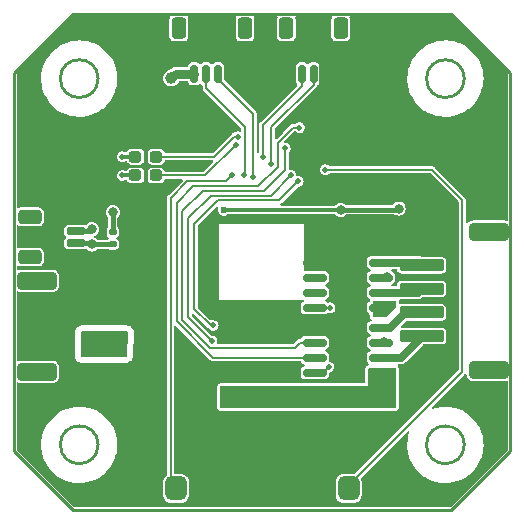
<source format=gbr>
%TF.GenerationSoftware,KiCad,Pcbnew,(6.0.5)*%
%TF.CreationDate,2023-02-02T15:23:45+08:00*%
%TF.ProjectId,Step_Ctrl_V2,53746570-5f43-4747-926c-5f56322e6b69,rev?*%
%TF.SameCoordinates,Original*%
%TF.FileFunction,Copper,L1,Top*%
%TF.FilePolarity,Positive*%
%FSLAX46Y46*%
G04 Gerber Fmt 4.6, Leading zero omitted, Abs format (unit mm)*
G04 Created by KiCad (PCBNEW (6.0.5)) date 2023-02-02 15:23:45*
%MOMM*%
%LPD*%
G01*
G04 APERTURE LIST*
G04 Aperture macros list*
%AMRoundRect*
0 Rectangle with rounded corners*
0 $1 Rounding radius*
0 $2 $3 $4 $5 $6 $7 $8 $9 X,Y pos of 4 corners*
0 Add a 4 corners polygon primitive as box body*
4,1,4,$2,$3,$4,$5,$6,$7,$8,$9,$2,$3,0*
0 Add four circle primitives for the rounded corners*
1,1,$1+$1,$2,$3*
1,1,$1+$1,$4,$5*
1,1,$1+$1,$6,$7*
1,1,$1+$1,$8,$9*
0 Add four rect primitives between the rounded corners*
20,1,$1+$1,$2,$3,$4,$5,0*
20,1,$1+$1,$4,$5,$6,$7,0*
20,1,$1+$1,$6,$7,$8,$9,0*
20,1,$1+$1,$8,$9,$2,$3,0*%
G04 Aperture macros list end*
%TA.AperFunction,Profile*%
%ADD10C,0.250000*%
%TD*%
%TA.AperFunction,SMDPad,CuDef*%
%ADD11RoundRect,0.150000X0.150000X0.625000X-0.150000X0.625000X-0.150000X-0.625000X0.150000X-0.625000X0*%
%TD*%
%TA.AperFunction,SMDPad,CuDef*%
%ADD12RoundRect,0.250000X0.350000X0.650000X-0.350000X0.650000X-0.350000X-0.650000X0.350000X-0.650000X0*%
%TD*%
%TA.AperFunction,SMDPad,CuDef*%
%ADD13RoundRect,0.250000X1.650000X-0.250000X1.650000X0.250000X-1.650000X0.250000X-1.650000X-0.250000X0*%
%TD*%
%TA.AperFunction,SMDPad,CuDef*%
%ADD14RoundRect,0.375000X1.325000X-0.375000X1.325000X0.375000X-1.325000X0.375000X-1.325000X-0.375000X0*%
%TD*%
%TA.AperFunction,SMDPad,CuDef*%
%ADD15RoundRect,0.175000X-0.825000X-0.175000X0.825000X-0.175000X0.825000X0.175000X-0.825000X0.175000X0*%
%TD*%
%TA.AperFunction,SMDPad,CuDef*%
%ADD16RoundRect,0.552500X-0.552500X-0.997500X0.552500X-0.997500X0.552500X0.997500X-0.552500X0.997500X0*%
%TD*%
%TA.AperFunction,SMDPad,CuDef*%
%ADD17RoundRect,0.450000X-0.450000X-0.550000X0.450000X-0.550000X0.450000X0.550000X-0.450000X0.550000X0*%
%TD*%
%TA.AperFunction,SMDPad,CuDef*%
%ADD18RoundRect,0.450000X0.450000X0.550000X-0.450000X0.550000X-0.450000X-0.550000X0.450000X-0.550000X0*%
%TD*%
%TA.AperFunction,SMDPad,CuDef*%
%ADD19RoundRect,0.135000X-0.185000X0.135000X-0.185000X-0.135000X0.185000X-0.135000X0.185000X0.135000X0*%
%TD*%
%TA.AperFunction,SMDPad,CuDef*%
%ADD20RoundRect,0.250000X-1.650000X0.250000X-1.650000X-0.250000X1.650000X-0.250000X1.650000X0.250000X0*%
%TD*%
%TA.AperFunction,SMDPad,CuDef*%
%ADD21RoundRect,0.375000X-1.325000X0.375000X-1.325000X-0.375000X1.325000X-0.375000X1.325000X0.375000X0*%
%TD*%
%TA.AperFunction,SMDPad,CuDef*%
%ADD22RoundRect,0.150000X-0.650000X0.150000X-0.650000X-0.150000X0.650000X-0.150000X0.650000X0.150000X0*%
%TD*%
%TA.AperFunction,SMDPad,CuDef*%
%ADD23RoundRect,0.300000X-0.700000X0.300000X-0.700000X-0.300000X0.700000X-0.300000X0.700000X0.300000X0*%
%TD*%
%TA.AperFunction,SMDPad,CuDef*%
%ADD24RoundRect,0.237500X0.287500X0.237500X-0.287500X0.237500X-0.287500X-0.237500X0.287500X-0.237500X0*%
%TD*%
%TA.AperFunction,ViaPad*%
%ADD25C,0.500000*%
%TD*%
%TA.AperFunction,ViaPad*%
%ADD26C,0.800000*%
%TD*%
%TA.AperFunction,ViaPad*%
%ADD27C,0.600000*%
%TD*%
%TA.AperFunction,ViaPad*%
%ADD28C,1.000000*%
%TD*%
%TA.AperFunction,Conductor*%
%ADD29C,0.200000*%
%TD*%
%TA.AperFunction,Conductor*%
%ADD30C,0.400000*%
%TD*%
%TA.AperFunction,Conductor*%
%ADD31C,0.300000*%
%TD*%
%TA.AperFunction,Conductor*%
%ADD32C,0.800000*%
%TD*%
%TA.AperFunction,Conductor*%
%ADD33C,0.700000*%
%TD*%
G04 APERTURE END LIST*
D10*
X146761000Y-114300000D02*
G75*
G03*
X146761000Y-114300000I-1600000J0D01*
G01*
X145661000Y-119800000D02*
X150661000Y-114800000D01*
X113661000Y-119800000D02*
X145661000Y-119800000D01*
X150661000Y-114800000D02*
X150661000Y-82800000D01*
X145661000Y-77800000D02*
X150661000Y-82800000D01*
X115761000Y-83300000D02*
G75*
G03*
X115761000Y-83300000I-1600000J0D01*
G01*
X146761000Y-83300000D02*
G75*
G03*
X146761000Y-83300000I-1600000J0D01*
G01*
X115761000Y-114300000D02*
G75*
G03*
X115761000Y-114300000I-1600000J0D01*
G01*
X145661000Y-77800000D02*
X113661000Y-77800000D01*
X108661000Y-82800000D02*
X108661000Y-114800000D01*
X108661000Y-82800000D02*
X113661000Y-77800000D01*
X113661000Y-119800000D02*
X108661000Y-114800000D01*
D11*
%TO.P,J2,1,Pin_1*%
%TO.N,GND*%
X126900000Y-82900000D03*
%TO.P,J2,2,Pin_2*%
%TO.N,/SWDIO*%
X125900000Y-82900000D03*
%TO.P,J2,3,Pin_3*%
%TO.N,/SWCLK*%
X124900000Y-82900000D03*
%TO.P,J2,4,Pin_4*%
%TO.N,+3V3*%
X123900000Y-82900000D03*
D12*
%TO.P,J2,MP*%
%TO.N,N/C*%
X122600000Y-79025000D03*
X128200000Y-79025000D03*
%TD*%
D13*
%TO.P,J1,2,Pin_2*%
%TO.N,GND*%
X116250000Y-103270000D03*
%TO.P,J1,1,Pin_1*%
%TO.N,Net-(D1-Pad2)*%
X116250000Y-105270000D03*
D14*
%TO.P,J1,0*%
%TO.N,N/C*%
X110550000Y-100420000D03*
X110550000Y-108120000D03*
%TD*%
D15*
%TO.P,U6,1,GND*%
%TO.N,GND*%
X134100000Y-104385500D03*
%TO.P,U6,2,IN2*%
%TO.N,/IN_BM*%
X134100000Y-105655500D03*
%TO.P,U6,3,IN1*%
%TO.N,/IN_BP*%
X134100000Y-106925500D03*
%TO.P,U6,4,VREF*%
%TO.N,Net-(C22-Pad1)*%
X134100000Y-108195500D03*
%TO.P,U6,5,VM*%
%TO.N,VCC*%
X139700000Y-108195500D03*
%TO.P,U6,6,OUT1*%
%TO.N,/OUT_B+*%
X139700000Y-106925500D03*
%TO.P,U6,7,ISEN*%
%TO.N,Net-(R14-Pad1)*%
X139700000Y-105655500D03*
%TO.P,U6,8,OUT2*%
%TO.N,/OUT_B-*%
X139700000Y-104385500D03*
D16*
%TO.P,U6,9,PAD*%
%TO.N,GND*%
X136900000Y-106290500D03*
%TD*%
D15*
%TO.P,U5,1,GND*%
%TO.N,GND*%
X134100000Y-98885500D03*
%TO.P,U5,2,IN2*%
%TO.N,/IN_AM*%
X134100000Y-100155500D03*
%TO.P,U5,3,IN1*%
%TO.N,/IN_AP*%
X134100000Y-101425500D03*
%TO.P,U5,4,VREF*%
%TO.N,Net-(C21-Pad1)*%
X134100000Y-102695500D03*
%TO.P,U5,5,VM*%
%TO.N,VCC*%
X139700000Y-102695500D03*
%TO.P,U5,6,OUT1*%
%TO.N,/OUT_A+*%
X139700000Y-101425500D03*
%TO.P,U5,7,ISEN*%
%TO.N,Net-(R13-Pad1)*%
X139700000Y-100155500D03*
%TO.P,U5,8,OUT2*%
%TO.N,/OUT_A-*%
X139700000Y-98885500D03*
D16*
%TO.P,U5,9,PAD*%
%TO.N,GND*%
X136900000Y-100790500D03*
%TD*%
D17*
%TO.P,SW2,1,A*%
%TO.N,GND*%
X132360000Y-118000000D03*
%TO.P,SW2,2,B*%
%TO.N,/KEY_DOWN*%
X136960000Y-118000000D03*
%TD*%
D18*
%TO.P,SW1,1,A*%
%TO.N,GND*%
X126960000Y-118000000D03*
%TO.P,SW1,2,B*%
%TO.N,/KEY_UP*%
X122360000Y-118000000D03*
%TD*%
D19*
%TO.P,R10,1*%
%TO.N,Net-(R10-Pad1)*%
X117000000Y-96290000D03*
%TO.P,R10,2*%
%TO.N,/CAN_L*%
X117000000Y-97310000D03*
%TD*%
D20*
%TO.P,J5,4,Pin_4*%
%TO.N,/OUT_B+*%
X143150000Y-105100000D03*
%TO.P,J5,3,Pin_3*%
%TO.N,/OUT_B-*%
X143150000Y-103100000D03*
%TO.P,J5,2,Pin_2*%
%TO.N,/OUT_A+*%
X143150000Y-101100000D03*
%TO.P,J5,1,Pin_1*%
%TO.N,/OUT_A-*%
X143150000Y-99100000D03*
D21*
%TO.P,J5,0*%
%TO.N,N/C*%
X148850000Y-107950000D03*
X148850000Y-96250000D03*
%TD*%
D22*
%TO.P,J4,1,Pin_1*%
%TO.N,/CAN_H*%
X113870000Y-96200000D03*
%TO.P,J4,2,Pin_2*%
%TO.N,/CAN_L*%
X113870000Y-97200000D03*
D23*
%TO.P,J4,3*%
%TO.N,N/C*%
X109970000Y-95000000D03*
%TO.P,J4,4*%
X109970000Y-98400000D03*
%TD*%
D12*
%TO.P,J3,MP*%
%TO.N,N/C*%
X136300000Y-79025000D03*
X131700000Y-79025000D03*
D11*
%TO.P,J3,3,Pin_3*%
%TO.N,/UART1_RX*%
X133000000Y-82900000D03*
%TO.P,J3,2,Pin_2*%
%TO.N,/UART1_TX*%
X134000000Y-82900000D03*
%TO.P,J3,1,Pin_1*%
%TO.N,GND*%
X135000000Y-82900000D03*
%TD*%
D24*
%TO.P,D3,1,K*%
%TO.N,Net-(D3-Pad1)*%
X120675000Y-91500000D03*
%TO.P,D3,2,A*%
%TO.N,Net-(D3-Pad2)*%
X118925000Y-91500000D03*
%TD*%
%TO.P,D2,1,K*%
%TO.N,Net-(D2-Pad1)*%
X120675000Y-89900000D03*
%TO.P,D2,2,A*%
%TO.N,Net-(D2-Pad2)*%
X118925000Y-89900000D03*
%TD*%
D25*
%TO.N,GND*%
X132400000Y-90600000D03*
X132400000Y-89900000D03*
X132400000Y-89200000D03*
X132400000Y-88500000D03*
X131000000Y-87700000D03*
X130600000Y-84300000D03*
X135300000Y-116600000D03*
X134100000Y-117800000D03*
X134700000Y-118300000D03*
X134400000Y-117000000D03*
X129200000Y-118900000D03*
X130300000Y-118400000D03*
X130800000Y-117100000D03*
X128800000Y-118000000D03*
X128800000Y-116800000D03*
X129800000Y-117500000D03*
X130300000Y-116400000D03*
X131800000Y-116200000D03*
X133200000Y-116200000D03*
X149800000Y-88500000D03*
X148500000Y-87600000D03*
X148800000Y-86800000D03*
X149700000Y-87000000D03*
X147900000Y-86900000D03*
X147500000Y-88100000D03*
X147900000Y-90500000D03*
X148300000Y-89600000D03*
X150000000Y-89800000D03*
X149400000Y-91500000D03*
X149900000Y-92600000D03*
X149700000Y-94500000D03*
X148600000Y-94500000D03*
X147600000Y-94300000D03*
X148700000Y-92500000D03*
X149300000Y-93500000D03*
X147900000Y-93300000D03*
X147400000Y-92200000D03*
X148400000Y-91700000D03*
X148800000Y-90400000D03*
X147200000Y-90900000D03*
X147200000Y-89200000D03*
X148700000Y-88500000D03*
X146400000Y-88100000D03*
X137600000Y-78800000D03*
X139700000Y-81200000D03*
X139400000Y-79000000D03*
X139200000Y-80200000D03*
X139700000Y-82100000D03*
X138700000Y-81200000D03*
X138200000Y-80200000D03*
X138500000Y-79200000D03*
X119200000Y-86700000D03*
X119600000Y-85800000D03*
X120000000Y-84600000D03*
X117400000Y-88800000D03*
X118600000Y-88600000D03*
X119300000Y-87500000D03*
X119600000Y-88200000D03*
X120100000Y-87000000D03*
X120500000Y-86200000D03*
X120700000Y-85300000D03*
X120800000Y-84400000D03*
X122200000Y-89200000D03*
X122800000Y-87100000D03*
X122500000Y-87900000D03*
X122000000Y-88500000D03*
X123000000Y-88400000D03*
X123400000Y-87600000D03*
X141100000Y-88800000D03*
X139000000Y-88100000D03*
X139700000Y-88800000D03*
X140400000Y-88800000D03*
X139000000Y-87400000D03*
X139000000Y-88800000D03*
X139700000Y-88100000D03*
X141100000Y-88100000D03*
X140400000Y-88100000D03*
X140400000Y-87400000D03*
X141100000Y-87400000D03*
X139700000Y-87400000D03*
X136900000Y-85000000D03*
X136200000Y-87100000D03*
X136200000Y-85700000D03*
X136200000Y-86400000D03*
X136200000Y-85000000D03*
X136900000Y-85700000D03*
X137600000Y-85000000D03*
X136900000Y-87100000D03*
X136900000Y-86400000D03*
X137600000Y-86400000D03*
X137600000Y-87100000D03*
X137600000Y-85700000D03*
X117500000Y-100300000D03*
X114700000Y-100300000D03*
X115400000Y-100300000D03*
X116100000Y-100300000D03*
X116800000Y-100300000D03*
X114700000Y-101000000D03*
X114700000Y-101700000D03*
X114700000Y-102400000D03*
X115400000Y-102400000D03*
X115400000Y-101700000D03*
X118300000Y-101000000D03*
X117500000Y-101000000D03*
X116800000Y-101000000D03*
X116100000Y-101000000D03*
X115400000Y-101000000D03*
X121900000Y-92200000D03*
X121500000Y-92800000D03*
X121100000Y-93800000D03*
X120200000Y-93800000D03*
X119200000Y-95700000D03*
X119200000Y-96400000D03*
X121200000Y-96500000D03*
X121200000Y-95700000D03*
X121900000Y-90700000D03*
D26*
%TO.N,+3V3*%
X141200000Y-94300000D03*
D25*
%TO.N,GND*%
X130900000Y-112100000D03*
%TO.N,Net-(D3-Pad2)*%
X117800000Y-91500000D03*
%TO.N,Net-(D2-Pad2)*%
X117800000Y-89900000D03*
%TO.N,GND*%
X133200000Y-81200000D03*
X133200000Y-80500000D03*
X132400000Y-80500000D03*
X131700000Y-80500000D03*
X129800000Y-80500000D03*
X129100000Y-80500000D03*
X128400000Y-80500000D03*
X127700000Y-80500000D03*
X127000000Y-80500000D03*
X126300000Y-80500000D03*
X123400000Y-80600000D03*
X122700000Y-80600000D03*
X122000000Y-80600000D03*
X122000000Y-81300000D03*
X122000000Y-82000000D03*
X126700000Y-87900000D03*
X127200000Y-87400000D03*
X123800000Y-90500000D03*
X132600000Y-93000000D03*
X135200000Y-92100000D03*
X135700000Y-91600000D03*
X135900000Y-89500000D03*
X136700000Y-90200000D03*
X135900000Y-90200000D03*
X135200000Y-89500000D03*
X135200000Y-90200000D03*
X137100000Y-102900000D03*
X137500000Y-103500000D03*
X138200000Y-103500000D03*
X141700000Y-111200000D03*
X142400000Y-110500000D03*
X141700000Y-110500000D03*
X140800000Y-112100000D03*
X138700000Y-112800000D03*
X140100000Y-112100000D03*
X140100000Y-112800000D03*
X125700000Y-115700000D03*
X127100000Y-115700000D03*
X127800000Y-115700000D03*
X129200000Y-115700000D03*
X126400000Y-115700000D03*
X124300000Y-115700000D03*
X122900000Y-115700000D03*
X123600000Y-115700000D03*
X128500000Y-115700000D03*
X125000000Y-115700000D03*
X129200000Y-113900000D03*
X127800000Y-113900000D03*
X126400000Y-113900000D03*
X127100000Y-113900000D03*
X128500000Y-113900000D03*
X125700000Y-113900000D03*
X125000000Y-113900000D03*
X124300000Y-113900000D03*
X123600000Y-113900000D03*
X122900000Y-113900000D03*
X119200000Y-115400000D03*
X119200000Y-114200000D03*
X119800000Y-115700000D03*
X120500000Y-115700000D03*
X121200000Y-115700000D03*
X121200000Y-113900000D03*
X120500000Y-113900000D03*
X119800000Y-113900000D03*
X123700000Y-106100000D03*
X123000000Y-106100000D03*
X125200000Y-107900000D03*
X124500000Y-107900000D03*
X123800000Y-107900000D03*
X123100000Y-107900000D03*
X127100000Y-102400000D03*
X127100000Y-103100000D03*
X127800000Y-103100000D03*
X127800000Y-102400000D03*
X128500000Y-102400000D03*
X128500000Y-103100000D03*
X129200000Y-103100000D03*
X129200000Y-102400000D03*
X125600000Y-96700000D03*
X125600000Y-95900000D03*
X125000000Y-97100000D03*
X125000000Y-96300000D03*
X125500000Y-95000000D03*
X125000000Y-95500000D03*
X136600000Y-104700000D03*
X137300000Y-104700000D03*
X138000000Y-104700000D03*
X136600000Y-106100000D03*
X136600000Y-105400000D03*
X137300000Y-106100000D03*
X137300000Y-105400000D03*
X138000000Y-106100000D03*
X138000000Y-105400000D03*
X138000000Y-106800000D03*
X137300000Y-106800000D03*
X136600000Y-106800000D03*
X138000000Y-107500000D03*
X137300000Y-107500000D03*
X136600000Y-107500000D03*
X137700000Y-101800000D03*
X137000000Y-101800000D03*
X136300000Y-101800000D03*
X137700000Y-101100000D03*
X137000000Y-101100000D03*
X136300000Y-101100000D03*
X137700000Y-100400000D03*
X137000000Y-100400000D03*
X136300000Y-100400000D03*
X137700000Y-99700000D03*
X137000000Y-99700000D03*
X136300000Y-99700000D03*
D27*
%TO.N,+3V3*%
X126400000Y-94400000D03*
D25*
%TO.N,/KEY_UP*%
X127100000Y-91500000D03*
%TO.N,/KEY_DOWN*%
X135000000Y-91000000D03*
D26*
%TO.N,+3V3*%
X136300000Y-94400000D03*
%TO.N,/CAN_H*%
X115225000Y-96065000D03*
%TO.N,Net-(R10-Pad1)*%
X117000000Y-94600000D03*
%TO.N,/CAN_L*%
X115225000Y-97335000D03*
D25*
%TO.N,Net-(C21-Pad1)*%
X135400000Y-102700000D03*
%TO.N,Net-(C22-Pad1)*%
X135300000Y-107700000D03*
%TO.N,/IN_BP*%
X132800000Y-87444999D03*
%TO.N,/IN_BM*%
X131600000Y-89200000D03*
%TO.N,/IN_PWM_B*%
X125400000Y-105500000D03*
X132100000Y-91500000D03*
%TO.N,/IN_PWM_A*%
X125500000Y-104200000D03*
X132700000Y-92000000D03*
%TO.N,/IN_AP*%
X134200000Y-101400000D03*
%TO.N,/IN_AM*%
X134800000Y-100100000D03*
%TO.N,/SWCLK*%
X128100000Y-91500000D03*
%TO.N,/SWDIO*%
X128900000Y-91600000D03*
D28*
%TO.N,+3V3*%
X121962500Y-83262500D03*
D25*
%TO.N,Net-(D3-Pad1)*%
X127428542Y-88878164D03*
%TO.N,Net-(D2-Pad1)*%
X127600000Y-88200000D03*
%TO.N,/UART1_TX*%
X130400000Y-90500000D03*
%TO.N,/UART1_RX*%
X129700000Y-89900000D03*
%TO.N,VCC*%
X140700000Y-102400000D03*
X140000000Y-102400000D03*
X139300000Y-102400000D03*
X140000000Y-103200000D03*
X139300000Y-103200000D03*
X140700000Y-109500000D03*
X140000000Y-109500000D03*
X140000000Y-108800000D03*
X140000000Y-108100000D03*
X140700000Y-108800000D03*
X140700000Y-108100000D03*
X126400000Y-110250000D03*
X126400000Y-110900000D03*
X126400000Y-109600000D03*
X127100000Y-110250000D03*
X127100000Y-109600000D03*
X127100000Y-110900000D03*
X127800000Y-110250000D03*
X127800000Y-109600000D03*
X127800000Y-110900000D03*
X128500000Y-110900000D03*
X128500000Y-110250000D03*
X128500000Y-109600000D03*
%TO.N,Net-(D1-Pad2)*%
X117750000Y-106500000D03*
X117000000Y-106500000D03*
X116250000Y-106500000D03*
X115500000Y-106500000D03*
X114750000Y-106500000D03*
X114750000Y-105750000D03*
X115500000Y-105750000D03*
X116250000Y-105750000D03*
X117000000Y-105750000D03*
X117750000Y-105750000D03*
X117750000Y-105000000D03*
X117000000Y-105000000D03*
X116250000Y-105000000D03*
X115500000Y-105000000D03*
X114750000Y-105000000D03*
D26*
%TO.N,Net-(R13-Pad1)*%
X140200000Y-100100000D03*
%TO.N,Net-(R14-Pad1)*%
X140000000Y-105600000D03*
%TD*%
D29*
%TO.N,Net-(D3-Pad1)*%
X124800000Y-91500000D02*
X120675000Y-91500000D01*
X127421836Y-88878164D02*
X124800000Y-91500000D01*
X127428542Y-88878164D02*
X127421836Y-88878164D01*
%TO.N,Net-(D2-Pad1)*%
X125600000Y-89900000D02*
X120675000Y-89900000D01*
X127300000Y-88200000D02*
X125600000Y-89900000D01*
X127600000Y-88200000D02*
X127300000Y-88200000D01*
%TO.N,/IN_BP*%
X125483367Y-106925500D02*
X134100000Y-106925500D01*
X122400000Y-93800000D02*
X122400000Y-103842133D01*
X123800000Y-92400000D02*
X122400000Y-93800000D01*
X129300000Y-92400000D02*
X123800000Y-92400000D01*
X122400000Y-103842133D02*
X125483367Y-106925500D01*
X130949511Y-90750489D02*
X129300000Y-92400000D01*
X132800000Y-87444999D02*
X132255001Y-87444999D01*
X130949511Y-88750489D02*
X130949511Y-90750489D01*
X132255001Y-87444999D02*
X130949511Y-88750489D01*
D30*
%TO.N,+3V3*%
X141100000Y-94400000D02*
X141200000Y-94300000D01*
X136300000Y-94400000D02*
X141100000Y-94400000D01*
D31*
%TO.N,Net-(D3-Pad2)*%
X117800000Y-91500000D02*
X118925000Y-91500000D01*
%TO.N,Net-(D2-Pad2)*%
X118925000Y-89900000D02*
X117800000Y-89900000D01*
D29*
%TO.N,/IN_BM*%
X122900000Y-94500000D02*
X122900000Y-103777127D01*
X132844500Y-105655500D02*
X134100000Y-105655500D01*
X125222873Y-106100000D02*
X132400000Y-106100000D01*
X129800000Y-92800000D02*
X124600000Y-92800000D01*
X132400000Y-106100000D02*
X132844500Y-105655500D01*
X131600000Y-89200000D02*
X131600000Y-91000000D01*
X131600000Y-91000000D02*
X129800000Y-92800000D01*
X124600000Y-92800000D02*
X122900000Y-94500000D01*
X122900000Y-103777127D02*
X125222873Y-106100000D01*
%TO.N,/KEY_UP*%
X121900000Y-117540000D02*
X122360000Y-118000000D01*
X121900000Y-93400000D02*
X121900000Y-117540000D01*
X123300000Y-92000000D02*
X121900000Y-93400000D01*
X126600000Y-92000000D02*
X123300000Y-92000000D01*
X127100000Y-91500000D02*
X126600000Y-92000000D01*
%TO.N,/IN_PWM_B*%
X123400000Y-95100000D02*
X123400000Y-103500000D01*
X123400000Y-103500000D02*
X125400000Y-105500000D01*
X125299520Y-93200480D02*
X123400000Y-95100000D01*
X130399520Y-93200480D02*
X125299520Y-93200480D01*
X132100000Y-91500000D02*
X130399520Y-93200480D01*
D31*
%TO.N,+3V3*%
X136300000Y-94400000D02*
X126400000Y-94400000D01*
D29*
%TO.N,/IN_PWM_A*%
X123900000Y-102800000D02*
X125300000Y-104200000D01*
X123900000Y-95600000D02*
X123900000Y-102800000D01*
X131100000Y-93600000D02*
X125900000Y-93600000D01*
X125900000Y-93600000D02*
X123900000Y-95600000D01*
X125300000Y-104200000D02*
X125500000Y-104200000D01*
X132700000Y-92000000D02*
X131100000Y-93600000D01*
%TO.N,/KEY_DOWN*%
X136960000Y-117740000D02*
X136960000Y-118000000D01*
X146600000Y-93600000D02*
X146600000Y-108100000D01*
X146600000Y-108100000D02*
X136960000Y-117740000D01*
X144000000Y-91000000D02*
X146600000Y-93600000D01*
X135000000Y-91000000D02*
X144000000Y-91000000D01*
D30*
%TO.N,/CAN_H*%
X115090000Y-96200000D02*
X115225000Y-96065000D01*
X113870000Y-96200000D02*
X115090000Y-96200000D01*
%TO.N,Net-(R10-Pad1)*%
X117000000Y-96290000D02*
X117000000Y-94600000D01*
%TO.N,/CAN_L*%
X116975000Y-97335000D02*
X117000000Y-97310000D01*
X115225000Y-97335000D02*
X116975000Y-97335000D01*
X113870000Y-97200000D02*
X115090000Y-97200000D01*
X115090000Y-97200000D02*
X115225000Y-97335000D01*
D29*
%TO.N,Net-(C21-Pad1)*%
X135395500Y-102695500D02*
X134100000Y-102695500D01*
X135400000Y-102700000D02*
X135395500Y-102695500D01*
%TO.N,Net-(C22-Pad1)*%
X134804500Y-108195500D02*
X134100000Y-108195500D01*
X135300000Y-107700000D02*
X134804500Y-108195500D01*
%TO.N,/UART1_TX*%
X134000000Y-83800000D02*
X134000000Y-82900000D01*
X130400000Y-87400000D02*
X134000000Y-83800000D01*
X130400000Y-90500000D02*
X130400000Y-87400000D01*
%TO.N,/UART1_RX*%
X133000000Y-83900000D02*
X133000000Y-82900000D01*
X129700000Y-87200000D02*
X133000000Y-83900000D01*
X129700000Y-89900000D02*
X129700000Y-87200000D01*
%TO.N,/SWDIO*%
X128900000Y-86310717D02*
X125900000Y-83310717D01*
X125900000Y-83310717D02*
X125900000Y-82900000D01*
X128900000Y-91600000D02*
X128900000Y-86310717D01*
%TO.N,/SWCLK*%
X124900000Y-84100000D02*
X124900000Y-82900000D01*
X128200000Y-87400000D02*
X124900000Y-84100000D01*
X128100000Y-91500000D02*
X128200000Y-91400000D01*
X128200000Y-91400000D02*
X128200000Y-87400000D01*
D32*
%TO.N,+3V3*%
X122325000Y-82900000D02*
X121962500Y-83262500D01*
X123900000Y-82900000D02*
X122325000Y-82900000D01*
D33*
%TO.N,/OUT_B-*%
X141800000Y-103100000D02*
X143150000Y-103100000D01*
X139700000Y-104385500D02*
X140514500Y-104385500D01*
X140514500Y-104385500D02*
X141800000Y-103100000D01*
%TO.N,/OUT_B+*%
X143150000Y-105150000D02*
X141374500Y-106925500D01*
X141374500Y-106925500D02*
X139700000Y-106925500D01*
X143150000Y-105100000D02*
X143150000Y-105150000D01*
%TO.N,/OUT_A+*%
X142824500Y-101425500D02*
X143150000Y-101100000D01*
X139700000Y-101425500D02*
X142824500Y-101425500D01*
%TO.N,/OUT_A-*%
X142935500Y-98885500D02*
X143150000Y-99100000D01*
X139700000Y-98885500D02*
X142935500Y-98885500D01*
%TD*%
%TA.AperFunction,Conductor*%
%TO.N,Net-(D1-Pad2)*%
G36*
X118236124Y-104720002D02*
G01*
X118282617Y-104773658D01*
X118293867Y-104831854D01*
X118205588Y-106729854D01*
X118182442Y-106796972D01*
X118126685Y-106840922D01*
X118079724Y-106850000D01*
X114426000Y-106850000D01*
X114357879Y-106829998D01*
X114311386Y-106776342D01*
X114300000Y-106724000D01*
X114300000Y-104826000D01*
X114320002Y-104757879D01*
X114373658Y-104711386D01*
X114426000Y-104700000D01*
X118168003Y-104700000D01*
X118236124Y-104720002D01*
G37*
%TD.AperFunction*%
%TD*%
%TA.AperFunction,Conductor*%
%TO.N,VCC*%
G36*
X141000000Y-111074000D02*
G01*
X140979998Y-111142121D01*
X140926342Y-111188614D01*
X140874000Y-111200000D01*
X126226000Y-111200000D01*
X126157879Y-111179998D01*
X126111386Y-111126342D01*
X126100000Y-111074000D01*
X126100000Y-109426000D01*
X126120002Y-109357879D01*
X126173658Y-109311386D01*
X126226000Y-109300000D01*
X141000000Y-109300000D01*
X141000000Y-111074000D01*
G37*
%TD.AperFunction*%
%TD*%
%TA.AperFunction,Conductor*%
%TO.N,VCC*%
G36*
X140942121Y-107820002D02*
G01*
X140988614Y-107873658D01*
X141000000Y-107926000D01*
X141000000Y-111074000D01*
X140979998Y-111142121D01*
X140926342Y-111188614D01*
X140874000Y-111200000D01*
X138600000Y-111200000D01*
X138600000Y-107926000D01*
X138620002Y-107857879D01*
X138673658Y-107811386D01*
X138726000Y-107800000D01*
X140874000Y-107800000D01*
X140942121Y-107820002D01*
G37*
%TD.AperFunction*%
%TD*%
%TA.AperFunction,Conductor*%
%TO.N,VCC*%
G36*
X140942121Y-102120002D02*
G01*
X140988614Y-102173658D01*
X141000000Y-102226000D01*
X141000000Y-102552094D01*
X140979998Y-102620215D01*
X140968174Y-102635804D01*
X140237591Y-103457710D01*
X140177384Y-103495335D01*
X140143417Y-103500000D01*
X139126000Y-103500000D01*
X139057879Y-103479998D01*
X139011386Y-103426342D01*
X139000000Y-103374000D01*
X139000000Y-102226000D01*
X139020002Y-102157879D01*
X139073658Y-102111386D01*
X139126000Y-102100000D01*
X140874000Y-102100000D01*
X140942121Y-102120002D01*
G37*
%TD.AperFunction*%
%TD*%
%TA.AperFunction,Conductor*%
%TO.N,GND*%
G36*
X121828508Y-78019407D02*
G01*
X121864472Y-78068907D01*
X121864472Y-78130093D01*
X121854716Y-78149054D01*
X121855225Y-78149324D01*
X121851763Y-78155863D01*
X121847366Y-78161816D01*
X121802481Y-78289631D01*
X121799500Y-78321166D01*
X121799500Y-79728834D01*
X121802481Y-79760369D01*
X121847366Y-79888184D01*
X121927850Y-79997150D01*
X122036816Y-80077634D01*
X122164631Y-80122519D01*
X122170638Y-80123087D01*
X122170639Y-80123087D01*
X122193855Y-80125282D01*
X122193865Y-80125282D01*
X122196166Y-80125500D01*
X123003834Y-80125500D01*
X123006135Y-80125282D01*
X123006145Y-80125282D01*
X123029361Y-80123087D01*
X123029362Y-80123087D01*
X123035369Y-80122519D01*
X123163184Y-80077634D01*
X123272150Y-79997150D01*
X123352634Y-79888184D01*
X123397519Y-79760369D01*
X123400500Y-79728834D01*
X123400500Y-78321166D01*
X123397519Y-78289631D01*
X123352634Y-78161816D01*
X123348237Y-78155863D01*
X123344775Y-78149324D01*
X123346709Y-78148300D01*
X123330686Y-78100284D01*
X123349132Y-78041945D01*
X123398346Y-78005591D01*
X123429683Y-78000500D01*
X127370317Y-78000500D01*
X127428508Y-78019407D01*
X127464472Y-78068907D01*
X127464472Y-78130093D01*
X127454716Y-78149054D01*
X127455225Y-78149324D01*
X127451763Y-78155863D01*
X127447366Y-78161816D01*
X127402481Y-78289631D01*
X127399500Y-78321166D01*
X127399500Y-79728834D01*
X127402481Y-79760369D01*
X127447366Y-79888184D01*
X127527850Y-79997150D01*
X127636816Y-80077634D01*
X127764631Y-80122519D01*
X127770638Y-80123087D01*
X127770639Y-80123087D01*
X127793855Y-80125282D01*
X127793865Y-80125282D01*
X127796166Y-80125500D01*
X128603834Y-80125500D01*
X128606135Y-80125282D01*
X128606145Y-80125282D01*
X128629361Y-80123087D01*
X128629362Y-80123087D01*
X128635369Y-80122519D01*
X128763184Y-80077634D01*
X128872150Y-79997150D01*
X128952634Y-79888184D01*
X128997519Y-79760369D01*
X129000500Y-79728834D01*
X129000500Y-78321166D01*
X128997519Y-78289631D01*
X128952634Y-78161816D01*
X128948237Y-78155863D01*
X128944775Y-78149324D01*
X128946709Y-78148300D01*
X128930686Y-78100284D01*
X128949132Y-78041945D01*
X128998346Y-78005591D01*
X129029683Y-78000500D01*
X130870317Y-78000500D01*
X130928508Y-78019407D01*
X130964472Y-78068907D01*
X130964472Y-78130093D01*
X130954716Y-78149054D01*
X130955225Y-78149324D01*
X130951763Y-78155863D01*
X130947366Y-78161816D01*
X130902481Y-78289631D01*
X130899500Y-78321166D01*
X130899500Y-79728834D01*
X130902481Y-79760369D01*
X130947366Y-79888184D01*
X131027850Y-79997150D01*
X131136816Y-80077634D01*
X131264631Y-80122519D01*
X131270638Y-80123087D01*
X131270639Y-80123087D01*
X131293855Y-80125282D01*
X131293865Y-80125282D01*
X131296166Y-80125500D01*
X132103834Y-80125500D01*
X132106135Y-80125282D01*
X132106145Y-80125282D01*
X132129361Y-80123087D01*
X132129362Y-80123087D01*
X132135369Y-80122519D01*
X132263184Y-80077634D01*
X132372150Y-79997150D01*
X132452634Y-79888184D01*
X132497519Y-79760369D01*
X132500500Y-79728834D01*
X132500500Y-78321166D01*
X132497519Y-78289631D01*
X132452634Y-78161816D01*
X132448237Y-78155863D01*
X132444775Y-78149324D01*
X132446709Y-78148300D01*
X132430686Y-78100284D01*
X132449132Y-78041945D01*
X132498346Y-78005591D01*
X132529683Y-78000500D01*
X135470317Y-78000500D01*
X135528508Y-78019407D01*
X135564472Y-78068907D01*
X135564472Y-78130093D01*
X135554716Y-78149054D01*
X135555225Y-78149324D01*
X135551763Y-78155863D01*
X135547366Y-78161816D01*
X135502481Y-78289631D01*
X135499500Y-78321166D01*
X135499500Y-79728834D01*
X135502481Y-79760369D01*
X135547366Y-79888184D01*
X135627850Y-79997150D01*
X135736816Y-80077634D01*
X135864631Y-80122519D01*
X135870638Y-80123087D01*
X135870639Y-80123087D01*
X135893855Y-80125282D01*
X135893865Y-80125282D01*
X135896166Y-80125500D01*
X136703834Y-80125500D01*
X136706135Y-80125282D01*
X136706145Y-80125282D01*
X136729361Y-80123087D01*
X136729362Y-80123087D01*
X136735369Y-80122519D01*
X136863184Y-80077634D01*
X136972150Y-79997150D01*
X137052634Y-79888184D01*
X137097519Y-79760369D01*
X137100500Y-79728834D01*
X137100500Y-78321166D01*
X137097519Y-78289631D01*
X137052634Y-78161816D01*
X137048237Y-78155863D01*
X137044775Y-78149324D01*
X137046709Y-78148300D01*
X137030686Y-78100284D01*
X137049132Y-78041945D01*
X137098346Y-78005591D01*
X137129683Y-78000500D01*
X145536942Y-78000500D01*
X145595133Y-78019407D01*
X145606946Y-78029496D01*
X150431504Y-82854054D01*
X150459281Y-82908571D01*
X150460500Y-82924058D01*
X150460500Y-95222414D01*
X150441593Y-95280605D01*
X150392093Y-95316569D01*
X150335879Y-95318041D01*
X150331226Y-95316794D01*
X150325236Y-95314313D01*
X150318808Y-95313467D01*
X150318805Y-95313466D01*
X150215933Y-95299923D01*
X150212720Y-95299500D01*
X147487280Y-95299500D01*
X147374764Y-95314313D01*
X147368767Y-95316797D01*
X147240760Y-95369819D01*
X147240756Y-95369821D01*
X147234767Y-95372302D01*
X147229625Y-95376248D01*
X147229621Y-95376250D01*
X147131088Y-95451858D01*
X147114549Y-95464549D01*
X147110598Y-95469698D01*
X147110595Y-95469701D01*
X147078042Y-95512125D01*
X147027618Y-95546781D01*
X146966453Y-95545180D01*
X146917912Y-95507932D01*
X146900500Y-95451858D01*
X146900500Y-93653508D01*
X146900803Y-93649383D01*
X146902425Y-93644658D01*
X146900570Y-93595238D01*
X146900500Y-93591525D01*
X146900500Y-93572052D01*
X146899675Y-93567622D01*
X146899338Y-93562417D01*
X146898569Y-93541926D01*
X146898226Y-93532791D01*
X146893681Y-93522212D01*
X146887317Y-93501263D01*
X146886884Y-93498936D01*
X146886882Y-93498931D01*
X146885209Y-93489947D01*
X146871232Y-93467271D01*
X146864548Y-93454404D01*
X146856795Y-93436358D01*
X146856794Y-93436357D01*
X146854036Y-93429937D01*
X146850022Y-93425051D01*
X146845658Y-93420687D01*
X146831387Y-93402632D01*
X146831264Y-93402433D01*
X146826468Y-93394652D01*
X146803231Y-93376982D01*
X146793161Y-93368190D01*
X144250320Y-90825349D01*
X144247620Y-90822220D01*
X144245425Y-90817731D01*
X144209178Y-90784107D01*
X144206502Y-90781531D01*
X144192723Y-90767752D01*
X144189013Y-90765207D01*
X144185100Y-90761771D01*
X144170055Y-90747815D01*
X144163354Y-90741599D01*
X144152664Y-90737334D01*
X144133348Y-90727020D01*
X144131393Y-90725679D01*
X144131390Y-90725678D01*
X144123854Y-90720508D01*
X144097941Y-90714359D01*
X144084116Y-90709986D01*
X144065868Y-90702706D01*
X144065866Y-90702706D01*
X144059378Y-90700117D01*
X144053085Y-90699500D01*
X144046916Y-90699500D01*
X144024057Y-90696825D01*
X144023827Y-90696770D01*
X144023825Y-90696770D01*
X144014934Y-90694660D01*
X143986013Y-90698596D01*
X143972663Y-90699500D01*
X135381167Y-90699500D01*
X135322976Y-90680593D01*
X135306168Y-90665123D01*
X135299193Y-90657028D01*
X135293276Y-90653193D01*
X135293274Y-90653191D01*
X135196824Y-90590677D01*
X135190906Y-90586841D01*
X135184150Y-90584821D01*
X135184149Y-90584820D01*
X135136608Y-90570602D01*
X135067273Y-90549866D01*
X134990644Y-90549398D01*
X134945282Y-90549121D01*
X134938231Y-90549078D01*
X134931454Y-90551015D01*
X134931453Y-90551015D01*
X134820935Y-90582601D01*
X134820933Y-90582602D01*
X134814155Y-90584539D01*
X134705019Y-90653399D01*
X134619596Y-90750122D01*
X134564754Y-90866932D01*
X134544901Y-90994440D01*
X134561633Y-91122394D01*
X134564471Y-91128845D01*
X134564472Y-91128847D01*
X134610764Y-91234054D01*
X134613605Y-91240510D01*
X134631007Y-91261212D01*
X134692100Y-91333892D01*
X134692103Y-91333894D01*
X134696639Y-91339291D01*
X134804060Y-91410796D01*
X134810788Y-91412898D01*
X134810790Y-91412899D01*
X134865647Y-91430037D01*
X134927233Y-91449278D01*
X134991744Y-91450461D01*
X135049202Y-91451514D01*
X135049204Y-91451514D01*
X135056255Y-91451643D01*
X135063058Y-91449788D01*
X135063060Y-91449788D01*
X135104828Y-91438400D01*
X135180755Y-91417700D01*
X135276916Y-91358657D01*
X135284711Y-91353871D01*
X135290724Y-91350179D01*
X135295632Y-91344757D01*
X135306217Y-91333063D01*
X135359285Y-91302610D01*
X135379614Y-91300500D01*
X143834521Y-91300500D01*
X143892712Y-91319407D01*
X143904525Y-91329496D01*
X146270504Y-93695476D01*
X146298281Y-93749993D01*
X146299500Y-93765480D01*
X146299500Y-107934520D01*
X146280593Y-107992711D01*
X146270504Y-108004524D01*
X137504525Y-116770504D01*
X137450008Y-116798281D01*
X137434521Y-116799500D01*
X136444306Y-116799500D01*
X136428839Y-116800717D01*
X136412473Y-116802005D01*
X136412471Y-116802005D01*
X136407431Y-116802402D01*
X136402577Y-116803812D01*
X136402573Y-116803813D01*
X136255587Y-116846517D01*
X136255586Y-116846518D01*
X136249602Y-116848256D01*
X136174505Y-116892668D01*
X136113493Y-116928750D01*
X136113491Y-116928751D01*
X136108135Y-116931919D01*
X135991919Y-117048135D01*
X135988751Y-117053491D01*
X135988750Y-117053493D01*
X135975308Y-117076223D01*
X135908256Y-117189602D01*
X135906518Y-117195586D01*
X135906517Y-117195587D01*
X135893396Y-117240751D01*
X135862402Y-117347431D01*
X135859500Y-117384306D01*
X135859500Y-118615694D01*
X135862402Y-118652569D01*
X135908256Y-118810398D01*
X135991919Y-118951865D01*
X136108135Y-119068081D01*
X136113491Y-119071249D01*
X136113493Y-119071250D01*
X136174505Y-119107332D01*
X136249602Y-119151744D01*
X136255586Y-119153482D01*
X136255587Y-119153483D01*
X136402573Y-119196187D01*
X136402577Y-119196188D01*
X136407431Y-119197598D01*
X136412471Y-119197995D01*
X136412473Y-119197995D01*
X136428839Y-119199283D01*
X136444306Y-119200500D01*
X137475694Y-119200500D01*
X137491161Y-119199283D01*
X137507527Y-119197995D01*
X137507529Y-119197995D01*
X137512569Y-119197598D01*
X137517423Y-119196188D01*
X137517427Y-119196187D01*
X137664413Y-119153483D01*
X137664414Y-119153482D01*
X137670398Y-119151744D01*
X137745495Y-119107332D01*
X137806507Y-119071250D01*
X137806509Y-119071249D01*
X137811865Y-119068081D01*
X137928081Y-118951865D01*
X138011744Y-118810398D01*
X138057598Y-118652569D01*
X138060500Y-118615694D01*
X138060500Y-117384306D01*
X138057598Y-117347431D01*
X138011744Y-117189602D01*
X138013893Y-117188978D01*
X138009040Y-117137742D01*
X138035656Y-117089315D01*
X141931037Y-113193934D01*
X141985554Y-113166157D01*
X142045986Y-113175728D01*
X142089251Y-113218993D01*
X142098822Y-113279425D01*
X142095816Y-113292552D01*
X142021000Y-113540354D01*
X142020503Y-113543062D01*
X142020502Y-113543066D01*
X141986074Y-113730654D01*
X141955892Y-113895101D01*
X141930733Y-114254894D01*
X141932363Y-114293784D01*
X141932623Y-114300000D01*
X141945019Y-114595749D01*
X141945836Y-114615250D01*
X141946257Y-114617972D01*
X141946258Y-114617978D01*
X141971730Y-114782512D01*
X142001014Y-114971676D01*
X142018933Y-115037629D01*
X142090192Y-115299905D01*
X142095578Y-115319730D01*
X142096596Y-115322302D01*
X142096598Y-115322307D01*
X142201718Y-115587809D01*
X142228350Y-115655074D01*
X142229639Y-115657499D01*
X142229644Y-115657509D01*
X142396380Y-115971092D01*
X142397676Y-115973529D01*
X142399238Y-115975810D01*
X142599875Y-116268835D01*
X142599881Y-116268843D01*
X142601443Y-116271124D01*
X142837114Y-116544151D01*
X143101750Y-116789206D01*
X143392052Y-117003236D01*
X143394444Y-117004617D01*
X143702019Y-117182196D01*
X143702025Y-117182199D01*
X143704403Y-117183572D01*
X144034909Y-117327966D01*
X144037543Y-117328781D01*
X144037542Y-117328781D01*
X144376810Y-117433803D01*
X144376819Y-117433805D01*
X144379451Y-117434620D01*
X144733735Y-117502203D01*
X145093344Y-117529873D01*
X145096096Y-117529777D01*
X145096101Y-117529777D01*
X145334115Y-117521465D01*
X145453796Y-117517286D01*
X145810599Y-117464598D01*
X145813268Y-117463893D01*
X145813272Y-117463892D01*
X146156645Y-117373169D01*
X146156648Y-117373168D01*
X146159305Y-117372466D01*
X146495568Y-117242038D01*
X146815196Y-117074940D01*
X147114207Y-116873255D01*
X147165408Y-116829680D01*
X147386768Y-116641288D01*
X147386772Y-116641285D01*
X147388872Y-116639497D01*
X147390757Y-116637490D01*
X147390763Y-116637484D01*
X147633873Y-116378597D01*
X147635769Y-116376578D01*
X147702524Y-116287345D01*
X147850160Y-116089997D01*
X147850166Y-116089988D01*
X147851820Y-116087777D01*
X147853216Y-116085397D01*
X147853221Y-116085390D01*
X148032934Y-115779076D01*
X148034333Y-115776692D01*
X148181031Y-115447202D01*
X148220650Y-115322307D01*
X148289254Y-115106040D01*
X148289255Y-115106035D01*
X148290087Y-115103413D01*
X148317304Y-114965957D01*
X148359606Y-114752319D01*
X148359607Y-114752312D01*
X148360142Y-114749610D01*
X148382133Y-114487721D01*
X148390178Y-114391919D01*
X148390178Y-114391916D01*
X148390322Y-114390203D01*
X148390677Y-114364774D01*
X148391558Y-114301747D01*
X148391558Y-114301735D01*
X148391582Y-114300000D01*
X148376462Y-114029548D01*
X148371603Y-113942644D01*
X148371603Y-113942643D01*
X148371449Y-113939890D01*
X148323065Y-113653829D01*
X148311760Y-113586988D01*
X148311760Y-113586986D01*
X148311300Y-113584269D01*
X148260908Y-113408532D01*
X148212648Y-113240229D01*
X148212647Y-113240225D01*
X148211885Y-113237569D01*
X148074444Y-112904112D01*
X147900689Y-112588052D01*
X147868507Y-112542431D01*
X147694375Y-112295583D01*
X147694371Y-112295579D01*
X147692786Y-112293331D01*
X147453326Y-112023621D01*
X147451277Y-112021776D01*
X147451273Y-112021772D01*
X147264718Y-111853798D01*
X147185295Y-111782285D01*
X147111430Y-111729403D01*
X146894287Y-111573943D01*
X146894282Y-111573940D01*
X146892032Y-111572329D01*
X146889615Y-111570978D01*
X146889610Y-111570975D01*
X146579614Y-111397724D01*
X146579607Y-111397721D01*
X146577194Y-111396372D01*
X146574646Y-111395301D01*
X146574638Y-111395297D01*
X146329043Y-111292059D01*
X146244704Y-111256606D01*
X146242062Y-111255828D01*
X146242058Y-111255827D01*
X146098826Y-111213672D01*
X145898706Y-111154774D01*
X145676473Y-111115588D01*
X145546232Y-111092623D01*
X145546227Y-111092622D01*
X145543514Y-111092144D01*
X145183554Y-111069497D01*
X145180793Y-111069632D01*
X145180789Y-111069632D01*
X144867172Y-111084970D01*
X144823312Y-111087115D01*
X144467280Y-111144780D01*
X144446793Y-111150500D01*
X144214957Y-111215230D01*
X144154979Y-111231976D01*
X144093847Y-111229414D01*
X144045897Y-111191409D01*
X144029443Y-111132477D01*
X144050770Y-111075129D01*
X144058352Y-111066619D01*
X146774651Y-108350320D01*
X146777780Y-108347620D01*
X146782269Y-108345425D01*
X146788487Y-108338722D01*
X146795821Y-108333275D01*
X146797900Y-108336074D01*
X146836937Y-108314312D01*
X146897684Y-108321622D01*
X146942533Y-108363243D01*
X146954214Y-108398524D01*
X146964313Y-108475236D01*
X146966797Y-108481233D01*
X147019819Y-108609240D01*
X147019821Y-108609244D01*
X147022302Y-108615233D01*
X147026248Y-108620375D01*
X147026250Y-108620379D01*
X147067893Y-108674648D01*
X147114549Y-108735451D01*
X147119698Y-108739402D01*
X147229621Y-108823750D01*
X147229625Y-108823752D01*
X147234767Y-108827698D01*
X147240756Y-108830179D01*
X147240760Y-108830181D01*
X147365764Y-108881959D01*
X147374764Y-108885687D01*
X147487280Y-108900500D01*
X150212720Y-108900500D01*
X150216196Y-108900042D01*
X150318805Y-108886534D01*
X150318808Y-108886533D01*
X150325236Y-108885687D01*
X150331226Y-108883206D01*
X150335879Y-108881959D01*
X150396980Y-108885162D01*
X150444529Y-108923668D01*
X150460500Y-108977586D01*
X150460500Y-114675942D01*
X150441593Y-114734133D01*
X150431504Y-114745946D01*
X145606946Y-119570504D01*
X145552429Y-119598281D01*
X145536942Y-119599500D01*
X113785058Y-119599500D01*
X113726867Y-119580593D01*
X113715054Y-119570504D01*
X108890496Y-114745946D01*
X108862719Y-114691429D01*
X108861500Y-114675942D01*
X108861500Y-114254894D01*
X110930733Y-114254894D01*
X110932363Y-114293784D01*
X110932623Y-114300000D01*
X110945019Y-114595749D01*
X110945836Y-114615250D01*
X110946257Y-114617972D01*
X110946258Y-114617978D01*
X110971730Y-114782512D01*
X111001014Y-114971676D01*
X111018933Y-115037629D01*
X111090192Y-115299905D01*
X111095578Y-115319730D01*
X111096596Y-115322302D01*
X111096598Y-115322307D01*
X111201718Y-115587809D01*
X111228350Y-115655074D01*
X111229639Y-115657499D01*
X111229644Y-115657509D01*
X111396380Y-115971092D01*
X111397676Y-115973529D01*
X111399238Y-115975810D01*
X111599875Y-116268835D01*
X111599881Y-116268843D01*
X111601443Y-116271124D01*
X111837114Y-116544151D01*
X112101750Y-116789206D01*
X112392052Y-117003236D01*
X112394444Y-117004617D01*
X112702019Y-117182196D01*
X112702025Y-117182199D01*
X112704403Y-117183572D01*
X113034909Y-117327966D01*
X113037543Y-117328781D01*
X113037542Y-117328781D01*
X113376810Y-117433803D01*
X113376819Y-117433805D01*
X113379451Y-117434620D01*
X113733735Y-117502203D01*
X114093344Y-117529873D01*
X114096096Y-117529777D01*
X114096101Y-117529777D01*
X114334115Y-117521465D01*
X114453796Y-117517286D01*
X114810599Y-117464598D01*
X114813268Y-117463893D01*
X114813272Y-117463892D01*
X115156645Y-117373169D01*
X115156648Y-117373168D01*
X115159305Y-117372466D01*
X115495568Y-117242038D01*
X115815196Y-117074940D01*
X116114207Y-116873255D01*
X116165408Y-116829680D01*
X116386768Y-116641288D01*
X116386772Y-116641285D01*
X116388872Y-116639497D01*
X116390757Y-116637490D01*
X116390763Y-116637484D01*
X116633873Y-116378597D01*
X116635769Y-116376578D01*
X116702524Y-116287345D01*
X116850160Y-116089997D01*
X116850166Y-116089988D01*
X116851820Y-116087777D01*
X116853216Y-116085397D01*
X116853221Y-116085390D01*
X117032934Y-115779076D01*
X117034333Y-115776692D01*
X117181031Y-115447202D01*
X117220650Y-115322307D01*
X117289254Y-115106040D01*
X117289255Y-115106035D01*
X117290087Y-115103413D01*
X117317304Y-114965957D01*
X117359606Y-114752319D01*
X117359607Y-114752312D01*
X117360142Y-114749610D01*
X117382133Y-114487721D01*
X117390178Y-114391919D01*
X117390178Y-114391916D01*
X117390322Y-114390203D01*
X117390677Y-114364774D01*
X117391558Y-114301747D01*
X117391558Y-114301735D01*
X117391582Y-114300000D01*
X117376462Y-114029548D01*
X117371603Y-113942644D01*
X117371603Y-113942643D01*
X117371449Y-113939890D01*
X117323065Y-113653829D01*
X117311760Y-113586988D01*
X117311760Y-113586986D01*
X117311300Y-113584269D01*
X117260908Y-113408532D01*
X117212648Y-113240229D01*
X117212647Y-113240225D01*
X117211885Y-113237569D01*
X117074444Y-112904112D01*
X116900689Y-112588052D01*
X116868507Y-112542431D01*
X116694375Y-112295583D01*
X116694371Y-112295579D01*
X116692786Y-112293331D01*
X116453326Y-112023621D01*
X116451277Y-112021776D01*
X116451273Y-112021772D01*
X116264718Y-111853798D01*
X116185295Y-111782285D01*
X116111430Y-111729403D01*
X115894287Y-111573943D01*
X115894282Y-111573940D01*
X115892032Y-111572329D01*
X115889615Y-111570978D01*
X115889610Y-111570975D01*
X115579614Y-111397724D01*
X115579607Y-111397721D01*
X115577194Y-111396372D01*
X115574646Y-111395301D01*
X115574638Y-111395297D01*
X115329043Y-111292059D01*
X115244704Y-111256606D01*
X115242062Y-111255828D01*
X115242058Y-111255827D01*
X115098826Y-111213672D01*
X114898706Y-111154774D01*
X114676473Y-111115588D01*
X114546232Y-111092623D01*
X114546227Y-111092622D01*
X114543514Y-111092144D01*
X114183554Y-111069497D01*
X114180793Y-111069632D01*
X114180789Y-111069632D01*
X113867172Y-111084970D01*
X113823312Y-111087115D01*
X113467280Y-111144780D01*
X113119894Y-111241772D01*
X113085107Y-111255827D01*
X112788046Y-111375847D01*
X112788042Y-111375849D01*
X112785485Y-111376882D01*
X112783061Y-111378193D01*
X112783056Y-111378195D01*
X112470650Y-111547112D01*
X112470641Y-111547117D01*
X112468221Y-111548426D01*
X112172055Y-111754267D01*
X111900680Y-111991837D01*
X111657478Y-112258178D01*
X111445481Y-112549967D01*
X111444114Y-112552374D01*
X111444113Y-112552375D01*
X111268698Y-112861161D01*
X111268695Y-112861168D01*
X111267330Y-112863570D01*
X111125246Y-113195076D01*
X111124450Y-113197711D01*
X111124449Y-113197715D01*
X111099779Y-113279425D01*
X111021000Y-113540354D01*
X111020503Y-113543062D01*
X111020502Y-113543066D01*
X110986074Y-113730654D01*
X110955892Y-113895101D01*
X110930733Y-114254894D01*
X108861500Y-114254894D01*
X108861500Y-109115514D01*
X108880407Y-109057323D01*
X108929907Y-109021359D01*
X108991093Y-109021359D01*
X108998386Y-109024050D01*
X109038100Y-109040500D01*
X109074764Y-109055687D01*
X109187280Y-109070500D01*
X111912720Y-109070500D01*
X112025236Y-109055687D01*
X112031233Y-109053203D01*
X112159240Y-109000181D01*
X112159244Y-109000179D01*
X112165233Y-108997698D01*
X112170375Y-108993752D01*
X112170379Y-108993750D01*
X112280302Y-108909402D01*
X112285451Y-108905451D01*
X112343208Y-108830181D01*
X112373750Y-108790379D01*
X112373752Y-108790375D01*
X112377698Y-108785233D01*
X112380179Y-108779244D01*
X112380181Y-108779240D01*
X112433203Y-108651233D01*
X112435687Y-108645236D01*
X112450500Y-108532720D01*
X112450500Y-107707280D01*
X112435687Y-107594764D01*
X112417564Y-107551011D01*
X112380181Y-107460760D01*
X112380179Y-107460756D01*
X112377698Y-107454767D01*
X112373752Y-107449625D01*
X112373750Y-107449621D01*
X112289402Y-107339698D01*
X112285451Y-107334549D01*
X112248097Y-107305886D01*
X112170379Y-107246250D01*
X112170375Y-107246248D01*
X112165233Y-107242302D01*
X112159244Y-107239821D01*
X112159240Y-107239819D01*
X112031233Y-107186797D01*
X112025236Y-107184313D01*
X111912720Y-107169500D01*
X109187280Y-107169500D01*
X109074764Y-107184313D01*
X109068767Y-107186797D01*
X108998386Y-107215950D01*
X108937389Y-107220751D01*
X108885220Y-107188782D01*
X108861805Y-107132254D01*
X108861500Y-107124486D01*
X108861500Y-106724000D01*
X113786500Y-106724000D01*
X113798234Y-106833149D01*
X113809620Y-106885491D01*
X113844290Y-106989657D01*
X113923308Y-107112612D01*
X113969801Y-107166268D01*
X114080261Y-107261982D01*
X114086698Y-107264922D01*
X114086700Y-107264923D01*
X114209999Y-107321232D01*
X114210004Y-107321234D01*
X114213210Y-107322698D01*
X114281331Y-107342700D01*
X114426000Y-107363500D01*
X118079724Y-107363500D01*
X118082073Y-107363275D01*
X118082074Y-107363275D01*
X118174839Y-107354391D01*
X118174848Y-107354390D01*
X118177184Y-107354166D01*
X118190367Y-107351618D01*
X118221828Y-107345536D01*
X118221830Y-107345536D01*
X118224145Y-107345088D01*
X118226409Y-107344421D01*
X118226418Y-107344419D01*
X118273341Y-107330598D01*
X118318073Y-107317423D01*
X118444566Y-107244201D01*
X118467814Y-107225876D01*
X118497549Y-107202438D01*
X118497552Y-107202435D01*
X118500323Y-107200251D01*
X118507937Y-107192248D01*
X118596180Y-107099494D01*
X118596182Y-107099492D01*
X118601059Y-107094365D01*
X118604295Y-107088071D01*
X118604297Y-107088068D01*
X118666269Y-106967527D01*
X118667887Y-106964380D01*
X118691033Y-106897262D01*
X118718533Y-106753712D01*
X118806812Y-104855712D01*
X118806387Y-104849829D01*
X118798245Y-104737320D01*
X118798245Y-104737317D01*
X118798033Y-104734393D01*
X118786783Y-104676197D01*
X118778927Y-104651643D01*
X118766529Y-104612899D01*
X118749713Y-104560343D01*
X118670695Y-104437388D01*
X118624202Y-104383732D01*
X118513742Y-104288018D01*
X118507305Y-104285078D01*
X118507303Y-104285077D01*
X118384004Y-104228768D01*
X118383999Y-104228766D01*
X118380793Y-104227302D01*
X118312672Y-104207300D01*
X118168003Y-104186500D01*
X114426000Y-104186500D01*
X114352623Y-104194388D01*
X114319473Y-104197952D01*
X114319471Y-104197952D01*
X114316851Y-104198234D01*
X114314281Y-104198793D01*
X114314275Y-104198794D01*
X114291149Y-104203825D01*
X114264509Y-104209620D01*
X114160343Y-104244290D01*
X114037388Y-104323308D01*
X113983732Y-104369801D01*
X113888018Y-104480261D01*
X113885078Y-104486698D01*
X113885077Y-104486700D01*
X113836777Y-104592463D01*
X113827302Y-104613210D01*
X113807300Y-104681331D01*
X113786500Y-104826000D01*
X113786500Y-106724000D01*
X108861500Y-106724000D01*
X108861500Y-101415514D01*
X108880407Y-101357323D01*
X108929907Y-101321359D01*
X108991093Y-101321359D01*
X108998386Y-101324050D01*
X109074764Y-101355687D01*
X109187280Y-101370500D01*
X111912720Y-101370500D01*
X112025236Y-101355687D01*
X112031233Y-101353203D01*
X112159240Y-101300181D01*
X112159244Y-101300179D01*
X112165233Y-101297698D01*
X112170375Y-101293752D01*
X112170379Y-101293750D01*
X112280302Y-101209402D01*
X112285451Y-101205451D01*
X112334338Y-101141741D01*
X112373750Y-101090379D01*
X112373752Y-101090375D01*
X112377698Y-101085233D01*
X112380179Y-101079244D01*
X112380181Y-101079240D01*
X112433203Y-100951233D01*
X112435687Y-100945236D01*
X112450500Y-100832720D01*
X112450500Y-100007280D01*
X112435687Y-99894764D01*
X112423292Y-99864840D01*
X112380181Y-99760760D01*
X112380179Y-99760756D01*
X112377698Y-99754767D01*
X112373752Y-99749625D01*
X112373750Y-99749621D01*
X112289402Y-99639698D01*
X112285451Y-99634549D01*
X112260021Y-99615036D01*
X112170379Y-99546250D01*
X112170375Y-99546248D01*
X112165233Y-99542302D01*
X112159244Y-99539821D01*
X112159240Y-99539819D01*
X112031233Y-99486797D01*
X112025236Y-99484313D01*
X111912720Y-99469500D01*
X109187280Y-99469500D01*
X109074764Y-99484313D01*
X109068767Y-99486797D01*
X108998386Y-99515950D01*
X108937389Y-99520751D01*
X108885220Y-99488782D01*
X108861805Y-99432254D01*
X108861500Y-99424486D01*
X108861500Y-99217273D01*
X108880407Y-99159082D01*
X108929907Y-99123118D01*
X108991093Y-99123118D01*
X109019870Y-99138051D01*
X109021526Y-99139292D01*
X109021528Y-99139293D01*
X109027176Y-99143526D01*
X109033782Y-99146003D01*
X109033785Y-99146004D01*
X109068672Y-99159082D01*
X109161420Y-99193851D01*
X109222623Y-99200500D01*
X109969720Y-99200500D01*
X110717376Y-99200499D01*
X110720035Y-99200210D01*
X110720038Y-99200210D01*
X110772405Y-99194522D01*
X110772407Y-99194522D01*
X110778580Y-99193851D01*
X110871328Y-99159082D01*
X110906215Y-99146004D01*
X110906218Y-99146003D01*
X110912824Y-99143526D01*
X111027546Y-99057546D01*
X111113526Y-98942824D01*
X111163851Y-98808580D01*
X111170500Y-98747377D01*
X111170499Y-98052624D01*
X111163851Y-97991420D01*
X111113526Y-97857176D01*
X111027546Y-97742454D01*
X110912824Y-97656474D01*
X110906218Y-97653997D01*
X110906215Y-97653996D01*
X110849016Y-97632554D01*
X110778580Y-97606149D01*
X110717377Y-97599500D01*
X109970280Y-97599500D01*
X109222624Y-97599501D01*
X109219965Y-97599790D01*
X109219962Y-97599790D01*
X109167595Y-97605478D01*
X109167593Y-97605478D01*
X109161420Y-97606149D01*
X109138581Y-97614711D01*
X109033785Y-97653996D01*
X109033782Y-97653997D01*
X109027176Y-97656474D01*
X109021528Y-97660707D01*
X109021526Y-97660708D01*
X109019870Y-97661949D01*
X109018248Y-97662503D01*
X109015345Y-97664092D01*
X109015069Y-97663588D01*
X108961966Y-97681716D01*
X108903502Y-97663673D01*
X108866809Y-97614711D01*
X108861500Y-97582727D01*
X108861500Y-97383218D01*
X112869500Y-97383218D01*
X112879642Y-97452112D01*
X112931068Y-97556855D01*
X113013650Y-97639293D01*
X113118482Y-97690536D01*
X113126084Y-97691645D01*
X113126087Y-97691646D01*
X113183237Y-97699983D01*
X113183239Y-97699983D01*
X113186782Y-97700500D01*
X114553218Y-97700500D01*
X114556801Y-97699972D01*
X114556808Y-97699972D01*
X114614499Y-97691479D01*
X114614501Y-97691478D01*
X114622112Y-97690358D01*
X114635492Y-97683789D01*
X114696059Y-97675114D01*
X114750157Y-97703697D01*
X114757665Y-97712387D01*
X114796718Y-97763282D01*
X114922159Y-97859536D01*
X115068238Y-97920044D01*
X115225000Y-97940682D01*
X115381762Y-97920044D01*
X115527841Y-97859536D01*
X115653282Y-97763282D01*
X115653301Y-97763257D01*
X115705386Y-97736719D01*
X115720873Y-97735500D01*
X116622171Y-97735500D01*
X116664011Y-97744776D01*
X116726827Y-97774068D01*
X116775684Y-97780500D01*
X117224316Y-97780500D01*
X117273173Y-97774068D01*
X117293700Y-97764496D01*
X117372554Y-97727726D01*
X117372556Y-97727725D01*
X117380404Y-97724065D01*
X117464065Y-97640404D01*
X117479022Y-97608330D01*
X117510865Y-97540042D01*
X117510865Y-97540041D01*
X117514068Y-97533173D01*
X117520500Y-97484316D01*
X117520500Y-97135684D01*
X117514068Y-97086827D01*
X117490111Y-97035451D01*
X117467726Y-96987446D01*
X117467725Y-96987444D01*
X117464065Y-96979596D01*
X117380404Y-96895935D01*
X117367081Y-96889723D01*
X117322336Y-96847995D01*
X117310662Y-96787933D01*
X117336521Y-96732481D01*
X117367080Y-96710278D01*
X117380404Y-96704065D01*
X117464065Y-96620404D01*
X117469600Y-96608536D01*
X117510865Y-96520042D01*
X117510865Y-96520041D01*
X117514068Y-96513173D01*
X117520500Y-96464316D01*
X117520500Y-96115684D01*
X117514068Y-96066827D01*
X117492402Y-96020364D01*
X117467726Y-95967446D01*
X117467725Y-95967444D01*
X117464065Y-95959596D01*
X117429496Y-95925027D01*
X117401719Y-95870510D01*
X117400500Y-95855023D01*
X117400500Y-95095873D01*
X117419407Y-95037682D01*
X117425825Y-95030167D01*
X117428282Y-95028282D01*
X117524536Y-94902841D01*
X117585044Y-94756762D01*
X117605682Y-94600000D01*
X117585044Y-94443238D01*
X117524536Y-94297159D01*
X117428282Y-94171718D01*
X117302841Y-94075464D01*
X117156762Y-94014956D01*
X117021580Y-93997159D01*
X117006434Y-93995165D01*
X117000000Y-93994318D01*
X116993566Y-93995165D01*
X116978420Y-93997159D01*
X116843238Y-94014956D01*
X116697159Y-94075464D01*
X116571718Y-94171718D01*
X116475464Y-94297159D01*
X116414956Y-94443238D01*
X116394318Y-94600000D01*
X116414956Y-94756762D01*
X116475464Y-94902841D01*
X116571718Y-95028282D01*
X116571743Y-95028301D01*
X116598281Y-95080386D01*
X116599500Y-95095873D01*
X116599500Y-95855023D01*
X116580593Y-95913214D01*
X116570504Y-95925027D01*
X116535935Y-95959596D01*
X116532275Y-95967444D01*
X116532274Y-95967446D01*
X116507598Y-96020364D01*
X116485932Y-96066827D01*
X116479500Y-96115684D01*
X116479500Y-96464316D01*
X116485932Y-96513173D01*
X116489135Y-96520041D01*
X116489135Y-96520042D01*
X116530401Y-96608536D01*
X116535935Y-96620404D01*
X116619596Y-96704065D01*
X116632919Y-96710277D01*
X116677664Y-96752005D01*
X116689338Y-96812067D01*
X116663479Y-96867519D01*
X116632920Y-96889722D01*
X116619596Y-96895935D01*
X116610027Y-96905504D01*
X116555510Y-96933281D01*
X116540023Y-96934500D01*
X115720873Y-96934500D01*
X115662682Y-96915593D01*
X115655167Y-96909175D01*
X115653282Y-96906718D01*
X115527841Y-96810464D01*
X115481971Y-96791464D01*
X115435446Y-96751727D01*
X115421162Y-96692233D01*
X115444577Y-96635705D01*
X115481971Y-96608536D01*
X115498395Y-96601733D01*
X115527841Y-96589536D01*
X115653282Y-96493282D01*
X115749536Y-96367841D01*
X115810044Y-96221762D01*
X115830682Y-96065000D01*
X115810044Y-95908238D01*
X115749536Y-95762159D01*
X115653282Y-95636718D01*
X115527841Y-95540464D01*
X115381762Y-95479956D01*
X115225000Y-95459318D01*
X115068238Y-95479956D01*
X114922159Y-95540464D01*
X114796718Y-95636718D01*
X114792764Y-95641871D01*
X114757620Y-95687672D01*
X114707196Y-95722328D01*
X114646032Y-95720727D01*
X114635604Y-95716349D01*
X114628423Y-95712839D01*
X114628422Y-95712839D01*
X114621518Y-95709464D01*
X114613916Y-95708355D01*
X114613913Y-95708354D01*
X114556763Y-95700017D01*
X114556761Y-95700017D01*
X114553218Y-95699500D01*
X113186782Y-95699500D01*
X113183199Y-95700028D01*
X113183192Y-95700028D01*
X113125501Y-95708521D01*
X113125499Y-95708522D01*
X113117888Y-95709642D01*
X113110982Y-95713033D01*
X113110981Y-95713033D01*
X113090440Y-95723118D01*
X113013145Y-95761068D01*
X112930707Y-95843650D01*
X112879464Y-95948482D01*
X112878355Y-95956084D01*
X112878354Y-95956087D01*
X112876697Y-95967446D01*
X112869500Y-96016782D01*
X112869500Y-96383218D01*
X112879642Y-96452112D01*
X112883033Y-96459018D01*
X112883033Y-96459019D01*
X112885634Y-96464316D01*
X112931068Y-96556855D01*
X112936859Y-96562636D01*
X113004220Y-96629880D01*
X113032045Y-96684372D01*
X113022526Y-96744812D01*
X113004342Y-96769886D01*
X112936487Y-96837859D01*
X112936485Y-96837862D01*
X112930707Y-96843650D01*
X112879464Y-96948482D01*
X112878355Y-96956084D01*
X112878354Y-96956087D01*
X112873717Y-96987875D01*
X112869500Y-97016782D01*
X112869500Y-97383218D01*
X108861500Y-97383218D01*
X108861500Y-95817273D01*
X108880407Y-95759082D01*
X108929907Y-95723118D01*
X108991093Y-95723118D01*
X109019870Y-95738051D01*
X109021526Y-95739292D01*
X109021528Y-95739293D01*
X109027176Y-95743526D01*
X109033782Y-95746003D01*
X109033785Y-95746004D01*
X109068672Y-95759082D01*
X109161420Y-95793851D01*
X109222623Y-95800500D01*
X109969720Y-95800500D01*
X110717376Y-95800499D01*
X110720035Y-95800210D01*
X110720038Y-95800210D01*
X110772405Y-95794522D01*
X110772407Y-95794522D01*
X110778580Y-95793851D01*
X110850582Y-95766859D01*
X110906215Y-95746004D01*
X110906218Y-95746003D01*
X110912824Y-95743526D01*
X111027546Y-95657546D01*
X111113526Y-95542824D01*
X111125035Y-95512125D01*
X111140938Y-95469701D01*
X111163851Y-95408580D01*
X111170500Y-95347377D01*
X111170499Y-94652624D01*
X111163851Y-94591420D01*
X111113526Y-94457176D01*
X111027546Y-94342454D01*
X110912824Y-94256474D01*
X110906218Y-94253997D01*
X110906215Y-94253996D01*
X110854317Y-94234541D01*
X110778580Y-94206149D01*
X110717377Y-94199500D01*
X109970280Y-94199500D01*
X109222624Y-94199501D01*
X109219965Y-94199790D01*
X109219962Y-94199790D01*
X109167595Y-94205478D01*
X109167593Y-94205478D01*
X109161420Y-94206149D01*
X109138581Y-94214711D01*
X109033785Y-94253996D01*
X109033782Y-94253997D01*
X109027176Y-94256474D01*
X109021528Y-94260707D01*
X109021526Y-94260708D01*
X109019870Y-94261949D01*
X109018248Y-94262503D01*
X109015345Y-94264092D01*
X109015069Y-94263588D01*
X108961966Y-94281716D01*
X108903502Y-94263673D01*
X108866809Y-94214711D01*
X108861500Y-94182727D01*
X108861500Y-91494440D01*
X117344901Y-91494440D01*
X117361633Y-91622394D01*
X117364471Y-91628845D01*
X117364472Y-91628847D01*
X117390667Y-91688379D01*
X117413605Y-91740510D01*
X117431007Y-91761212D01*
X117492100Y-91833892D01*
X117492103Y-91833894D01*
X117496639Y-91839291D01*
X117604060Y-91910796D01*
X117610788Y-91912898D01*
X117610790Y-91912899D01*
X117665647Y-91930037D01*
X117727233Y-91949278D01*
X117791744Y-91950461D01*
X117849202Y-91951514D01*
X117849204Y-91951514D01*
X117856255Y-91951643D01*
X117863058Y-91949788D01*
X117863060Y-91949788D01*
X117910705Y-91936798D01*
X117980755Y-91917700D01*
X118066367Y-91865134D01*
X118118168Y-91850500D01*
X118142773Y-91850500D01*
X118200964Y-91869407D01*
X118236181Y-91916697D01*
X118246039Y-91944768D01*
X118324289Y-92050711D01*
X118430232Y-92128961D01*
X118554500Y-92172601D01*
X118560504Y-92173169D01*
X118560506Y-92173169D01*
X118582856Y-92175282D01*
X118582866Y-92175282D01*
X118585167Y-92175500D01*
X118924853Y-92175500D01*
X119264832Y-92175499D01*
X119295500Y-92172601D01*
X119301184Y-92170605D01*
X119301188Y-92170604D01*
X119412786Y-92131413D01*
X119419768Y-92128961D01*
X119525711Y-92050711D01*
X119603961Y-91944768D01*
X119647601Y-91820500D01*
X119648169Y-91814494D01*
X119650282Y-91792144D01*
X119650282Y-91792134D01*
X119650500Y-91789833D01*
X119650499Y-91210168D01*
X119650499Y-91210167D01*
X119949500Y-91210167D01*
X119949501Y-91789832D01*
X119952399Y-91820500D01*
X119954395Y-91826184D01*
X119954396Y-91826188D01*
X119973028Y-91879243D01*
X119996039Y-91944768D01*
X120074289Y-92050711D01*
X120180232Y-92128961D01*
X120304500Y-92172601D01*
X120310504Y-92173169D01*
X120310506Y-92173169D01*
X120332856Y-92175282D01*
X120332866Y-92175282D01*
X120335167Y-92175500D01*
X120674853Y-92175500D01*
X121014832Y-92175499D01*
X121045500Y-92172601D01*
X121051184Y-92170605D01*
X121051188Y-92170604D01*
X121162786Y-92131413D01*
X121169768Y-92128961D01*
X121275711Y-92050711D01*
X121353961Y-91944768D01*
X121376972Y-91879243D01*
X121381378Y-91866697D01*
X121418499Y-91818058D01*
X121474786Y-91800500D01*
X122835521Y-91800500D01*
X122893712Y-91819407D01*
X122929676Y-91868907D01*
X122929676Y-91930093D01*
X122905525Y-91969504D01*
X121725349Y-93149680D01*
X121722220Y-93152380D01*
X121717731Y-93154575D01*
X121711513Y-93161278D01*
X121684107Y-93190822D01*
X121681531Y-93193498D01*
X121667752Y-93207277D01*
X121665207Y-93210987D01*
X121661771Y-93214900D01*
X121641599Y-93236646D01*
X121638212Y-93245134D01*
X121638212Y-93245135D01*
X121637334Y-93247336D01*
X121627020Y-93266652D01*
X121625679Y-93268607D01*
X121625678Y-93268610D01*
X121620508Y-93276146D01*
X121618398Y-93285038D01*
X121614359Y-93302058D01*
X121609986Y-93315884D01*
X121602706Y-93334132D01*
X121600117Y-93340622D01*
X121599500Y-93346915D01*
X121599500Y-93353084D01*
X121596825Y-93375943D01*
X121594660Y-93385066D01*
X121595965Y-93394652D01*
X121598596Y-93413987D01*
X121599500Y-93427337D01*
X121599500Y-116821417D01*
X121580593Y-116879608D01*
X121550895Y-116906631D01*
X121508135Y-116931919D01*
X121391919Y-117048135D01*
X121388751Y-117053491D01*
X121388750Y-117053493D01*
X121375308Y-117076223D01*
X121308256Y-117189602D01*
X121306518Y-117195586D01*
X121306517Y-117195587D01*
X121293396Y-117240751D01*
X121262402Y-117347431D01*
X121259500Y-117384306D01*
X121259500Y-118615694D01*
X121262402Y-118652569D01*
X121308256Y-118810398D01*
X121391919Y-118951865D01*
X121508135Y-119068081D01*
X121513491Y-119071249D01*
X121513493Y-119071250D01*
X121574505Y-119107332D01*
X121649602Y-119151744D01*
X121655586Y-119153482D01*
X121655587Y-119153483D01*
X121802573Y-119196187D01*
X121802577Y-119196188D01*
X121807431Y-119197598D01*
X121812471Y-119197995D01*
X121812473Y-119197995D01*
X121828839Y-119199283D01*
X121844306Y-119200500D01*
X122875694Y-119200500D01*
X122891161Y-119199283D01*
X122907527Y-119197995D01*
X122907529Y-119197995D01*
X122912569Y-119197598D01*
X122917423Y-119196188D01*
X122917427Y-119196187D01*
X123064413Y-119153483D01*
X123064414Y-119153482D01*
X123070398Y-119151744D01*
X123145495Y-119107332D01*
X123206507Y-119071250D01*
X123206509Y-119071249D01*
X123211865Y-119068081D01*
X123328081Y-118951865D01*
X123411744Y-118810398D01*
X123457598Y-118652569D01*
X123460500Y-118615694D01*
X123460500Y-117384306D01*
X123457598Y-117347431D01*
X123426605Y-117240751D01*
X123413483Y-117195587D01*
X123413482Y-117195586D01*
X123411744Y-117189602D01*
X123344692Y-117076223D01*
X123331250Y-117053493D01*
X123331249Y-117053491D01*
X123328081Y-117048135D01*
X123211865Y-116931919D01*
X123206509Y-116928751D01*
X123206507Y-116928750D01*
X123145495Y-116892668D01*
X123070398Y-116848256D01*
X123064414Y-116846518D01*
X123064413Y-116846517D01*
X122917427Y-116803813D01*
X122917423Y-116803812D01*
X122912569Y-116802402D01*
X122907529Y-116802005D01*
X122907527Y-116802005D01*
X122891161Y-116800717D01*
X122875694Y-116799500D01*
X122299500Y-116799500D01*
X122241309Y-116780593D01*
X122205345Y-116731093D01*
X122200500Y-116700500D01*
X122200500Y-111074000D01*
X125840500Y-111074000D01*
X125846430Y-111129159D01*
X125846989Y-111131729D01*
X125846990Y-111131735D01*
X125851072Y-111150500D01*
X125857816Y-111181501D01*
X125865166Y-111208291D01*
X125915269Y-111296278D01*
X125927197Y-111310044D01*
X125960310Y-111348259D01*
X125960317Y-111348266D01*
X125961762Y-111349934D01*
X125995051Y-111382056D01*
X126084770Y-111428987D01*
X126152891Y-111448989D01*
X126226000Y-111459500D01*
X140874000Y-111459500D01*
X140910991Y-111455523D01*
X140926537Y-111453852D01*
X140926539Y-111453852D01*
X140929159Y-111453570D01*
X140931729Y-111453011D01*
X140931735Y-111453010D01*
X140966793Y-111445383D01*
X140981501Y-111442184D01*
X141008291Y-111434834D01*
X141096278Y-111384731D01*
X141112179Y-111370953D01*
X141148259Y-111339690D01*
X141148266Y-111339683D01*
X141149934Y-111338238D01*
X141182056Y-111304949D01*
X141206784Y-111257677D01*
X141226732Y-111219541D01*
X141228987Y-111215230D01*
X141248989Y-111147109D01*
X141259500Y-111074000D01*
X141259500Y-107926000D01*
X141253570Y-107870841D01*
X141242184Y-107818499D01*
X141234834Y-107791709D01*
X141184731Y-107703722D01*
X141148373Y-107661762D01*
X141139690Y-107651741D01*
X141139683Y-107651734D01*
X141138238Y-107650066D01*
X141136635Y-107648519D01*
X141134275Y-107646241D01*
X141105529Y-107592229D01*
X141114020Y-107531636D01*
X141156506Y-107487606D01*
X141203018Y-107476000D01*
X141360065Y-107476000D01*
X141364211Y-107476087D01*
X141426794Y-107478710D01*
X141433367Y-107477168D01*
X141433370Y-107477168D01*
X141470393Y-107468484D01*
X141479563Y-107466784D01*
X141488977Y-107465494D01*
X141523932Y-107460706D01*
X141539946Y-107453776D01*
X141556644Y-107448253D01*
X141573636Y-107444268D01*
X141579549Y-107441017D01*
X141579555Y-107441015D01*
X141612887Y-107422691D01*
X141621260Y-107418589D01*
X141656161Y-107403486D01*
X141656165Y-107403484D01*
X141662355Y-107400805D01*
X141675909Y-107389829D01*
X141690514Y-107380016D01*
X141701265Y-107374105D01*
X141701268Y-107374103D01*
X141705808Y-107371607D01*
X141713922Y-107364603D01*
X141739469Y-107339056D01*
X141747170Y-107332123D01*
X141774325Y-107310133D01*
X141779570Y-107305886D01*
X141791778Y-107288708D01*
X141802471Y-107276054D01*
X143249028Y-105829496D01*
X143303545Y-105801719D01*
X143319032Y-105800500D01*
X144853834Y-105800500D01*
X144856135Y-105800282D01*
X144856145Y-105800282D01*
X144879361Y-105798087D01*
X144879362Y-105798087D01*
X144885369Y-105797519D01*
X145013184Y-105752634D01*
X145122150Y-105672150D01*
X145202634Y-105563184D01*
X145247519Y-105435369D01*
X145248118Y-105429032D01*
X145250282Y-105406145D01*
X145250282Y-105406135D01*
X145250500Y-105403834D01*
X145250500Y-104796166D01*
X145250041Y-104791303D01*
X145248087Y-104770639D01*
X145248087Y-104770638D01*
X145247519Y-104764631D01*
X145202634Y-104636816D01*
X145122150Y-104527850D01*
X145057720Y-104480261D01*
X145019136Y-104451762D01*
X145019135Y-104451761D01*
X145013184Y-104447366D01*
X144885369Y-104402481D01*
X144879362Y-104401913D01*
X144879361Y-104401913D01*
X144856145Y-104399718D01*
X144856135Y-104399718D01*
X144853834Y-104399500D01*
X141518033Y-104399500D01*
X141459842Y-104380593D01*
X141423878Y-104331093D01*
X141423878Y-104269907D01*
X141448029Y-104230496D01*
X141849029Y-103829496D01*
X141903546Y-103801719D01*
X141919033Y-103800500D01*
X144853834Y-103800500D01*
X144856135Y-103800282D01*
X144856145Y-103800282D01*
X144879361Y-103798087D01*
X144879362Y-103798087D01*
X144885369Y-103797519D01*
X145013184Y-103752634D01*
X145045200Y-103728987D01*
X145116193Y-103676550D01*
X145122150Y-103672150D01*
X145178190Y-103596278D01*
X145198238Y-103569136D01*
X145198239Y-103569135D01*
X145202634Y-103563184D01*
X145247519Y-103435369D01*
X145250500Y-103403834D01*
X145250500Y-102796166D01*
X145247519Y-102764631D01*
X145202634Y-102636816D01*
X145122150Y-102527850D01*
X145013184Y-102447366D01*
X144885369Y-102402481D01*
X144879362Y-102401913D01*
X144879361Y-102401913D01*
X144856145Y-102399718D01*
X144856135Y-102399718D01*
X144853834Y-102399500D01*
X141446166Y-102399500D01*
X141443865Y-102399718D01*
X141443855Y-102399718D01*
X141420639Y-102401913D01*
X141420638Y-102401913D01*
X141414631Y-102402481D01*
X141408938Y-102404480D01*
X141408930Y-102404482D01*
X141391300Y-102410673D01*
X141330132Y-102412114D01*
X141279799Y-102377325D01*
X141259500Y-102317265D01*
X141259500Y-102226000D01*
X141256353Y-102196725D01*
X141253852Y-102173462D01*
X141253851Y-102173458D01*
X141253570Y-102170841D01*
X141252039Y-102163800D01*
X141242466Y-102119796D01*
X141242184Y-102118499D01*
X141237436Y-102101193D01*
X141240273Y-102040074D01*
X141278494Y-101992295D01*
X141332908Y-101976000D01*
X142810065Y-101976000D01*
X142814211Y-101976087D01*
X142876794Y-101978710D01*
X142883367Y-101977168D01*
X142883370Y-101977168D01*
X142920393Y-101968484D01*
X142929563Y-101966784D01*
X142938977Y-101965494D01*
X142973932Y-101960706D01*
X142989946Y-101953776D01*
X143006644Y-101948253D01*
X143023636Y-101944268D01*
X143029549Y-101941017D01*
X143029555Y-101941015D01*
X143062887Y-101922691D01*
X143071260Y-101918589D01*
X143106161Y-101903486D01*
X143106165Y-101903484D01*
X143112355Y-101900805D01*
X143125909Y-101889829D01*
X143140514Y-101880016D01*
X143151265Y-101874105D01*
X143151268Y-101874103D01*
X143155808Y-101871607D01*
X143163922Y-101864603D01*
X143189469Y-101839056D01*
X143197172Y-101832122D01*
X143208978Y-101822562D01*
X143271279Y-101800500D01*
X144853834Y-101800500D01*
X144856135Y-101800282D01*
X144856145Y-101800282D01*
X144879361Y-101798087D01*
X144879362Y-101798087D01*
X144885369Y-101797519D01*
X145013184Y-101752634D01*
X145081354Y-101702283D01*
X145116193Y-101676550D01*
X145122150Y-101672150D01*
X145146166Y-101639635D01*
X145198238Y-101569136D01*
X145198239Y-101569135D01*
X145202634Y-101563184D01*
X145247519Y-101435369D01*
X145250500Y-101403834D01*
X145250500Y-100796166D01*
X145249475Y-100785315D01*
X145248087Y-100770639D01*
X145248087Y-100770638D01*
X145247519Y-100764631D01*
X145202634Y-100636816D01*
X145122150Y-100527850D01*
X145013184Y-100447366D01*
X144885369Y-100402481D01*
X144879362Y-100401913D01*
X144879361Y-100401913D01*
X144856145Y-100399718D01*
X144856135Y-100399718D01*
X144853834Y-100399500D01*
X141446166Y-100399500D01*
X141443865Y-100399718D01*
X141443855Y-100399718D01*
X141420639Y-100401913D01*
X141420638Y-100401913D01*
X141414631Y-100402481D01*
X141286816Y-100447366D01*
X141177850Y-100527850D01*
X141097366Y-100636816D01*
X141052481Y-100764631D01*
X141051913Y-100770638D01*
X141051913Y-100770639D01*
X141050526Y-100785315D01*
X141026227Y-100841468D01*
X140973563Y-100872615D01*
X140951965Y-100875000D01*
X140694325Y-100875000D01*
X140636134Y-100856093D01*
X140600170Y-100806593D01*
X140600170Y-100745407D01*
X140636134Y-100695907D01*
X140650694Y-100687133D01*
X140746610Y-100640041D01*
X140834927Y-100551569D01*
X140862930Y-100494282D01*
X140886453Y-100446160D01*
X140886454Y-100446158D01*
X140889826Y-100439259D01*
X140900500Y-100366090D01*
X140900500Y-99944910D01*
X140895975Y-99914172D01*
X140890756Y-99878717D01*
X140890755Y-99878715D01*
X140889635Y-99871104D01*
X140834541Y-99758890D01*
X140746069Y-99670573D01*
X140738723Y-99666982D01*
X140738720Y-99666980D01*
X140650676Y-99623943D01*
X140606700Y-99581401D01*
X140596128Y-99521136D01*
X140622997Y-99466167D01*
X140677046Y-99437489D01*
X140694152Y-99436000D01*
X140982542Y-99436000D01*
X141040733Y-99454907D01*
X141075950Y-99502199D01*
X141081874Y-99519067D01*
X141097366Y-99563184D01*
X141101761Y-99569135D01*
X141101762Y-99569136D01*
X141147159Y-99630598D01*
X141177850Y-99672150D01*
X141286816Y-99752634D01*
X141414631Y-99797519D01*
X141420638Y-99798087D01*
X141420639Y-99798087D01*
X141443855Y-99800282D01*
X141443865Y-99800282D01*
X141446166Y-99800500D01*
X144853834Y-99800500D01*
X144856135Y-99800282D01*
X144856145Y-99800282D01*
X144879361Y-99798087D01*
X144879362Y-99798087D01*
X144885369Y-99797519D01*
X145013184Y-99752634D01*
X145122150Y-99672150D01*
X145152841Y-99630598D01*
X145198238Y-99569136D01*
X145198239Y-99569135D01*
X145202634Y-99563184D01*
X145247519Y-99435369D01*
X145250500Y-99403834D01*
X145250500Y-98796166D01*
X145247519Y-98764631D01*
X145202634Y-98636816D01*
X145122150Y-98527850D01*
X145070135Y-98489431D01*
X145019136Y-98451762D01*
X145019135Y-98451761D01*
X145013184Y-98447366D01*
X144885369Y-98402481D01*
X144879362Y-98401913D01*
X144879361Y-98401913D01*
X144856145Y-98399718D01*
X144856135Y-98399718D01*
X144853834Y-98399500D01*
X143224609Y-98399500D01*
X143172439Y-98384639D01*
X143167246Y-98381419D01*
X143167245Y-98381419D01*
X143161514Y-98377865D01*
X143118510Y-98365371D01*
X143109687Y-98362350D01*
X143074326Y-98348349D01*
X143074319Y-98348347D01*
X143068047Y-98345864D01*
X143050694Y-98344040D01*
X143033432Y-98340653D01*
X143016675Y-98335785D01*
X143011502Y-98335405D01*
X143011501Y-98335405D01*
X143007786Y-98335132D01*
X143007779Y-98335132D01*
X143005985Y-98335000D01*
X142969869Y-98335000D01*
X142959521Y-98334458D01*
X142924755Y-98330804D01*
X142924754Y-98330804D01*
X142918046Y-98330099D01*
X142897264Y-98333614D01*
X142880754Y-98335000D01*
X138839410Y-98335000D01*
X138808672Y-98339525D01*
X138773217Y-98344744D01*
X138773215Y-98344745D01*
X138765604Y-98345865D01*
X138758700Y-98349255D01*
X138758699Y-98349255D01*
X138725873Y-98365372D01*
X138653390Y-98400959D01*
X138565073Y-98489431D01*
X138510174Y-98601741D01*
X138499500Y-98674910D01*
X138499500Y-99096090D01*
X138510365Y-99169896D01*
X138565459Y-99282110D01*
X138653931Y-99370427D01*
X138711218Y-99398430D01*
X138759340Y-99421953D01*
X138759342Y-99421954D01*
X138766241Y-99425326D01*
X138772636Y-99426259D01*
X138822152Y-99461155D01*
X138841896Y-99519067D01*
X138823829Y-99577524D01*
X138772546Y-99614843D01*
X138765604Y-99615865D01*
X138758697Y-99619256D01*
X138758694Y-99619257D01*
X138684042Y-99655910D01*
X138653390Y-99670959D01*
X138565073Y-99759431D01*
X138561482Y-99766778D01*
X138513861Y-99864199D01*
X138510174Y-99871741D01*
X138499500Y-99944910D01*
X138499500Y-100366090D01*
X138500029Y-100369682D01*
X138505152Y-100404481D01*
X138510365Y-100439896D01*
X138513755Y-100446800D01*
X138513755Y-100446801D01*
X138516191Y-100451762D01*
X138565459Y-100552110D01*
X138653931Y-100640427D01*
X138711218Y-100668430D01*
X138759340Y-100691953D01*
X138759342Y-100691954D01*
X138766241Y-100695326D01*
X138772636Y-100696259D01*
X138822152Y-100731155D01*
X138841896Y-100789067D01*
X138823829Y-100847524D01*
X138772546Y-100884843D01*
X138765604Y-100885865D01*
X138758697Y-100889256D01*
X138758694Y-100889257D01*
X138684042Y-100925910D01*
X138653390Y-100940959D01*
X138565073Y-101029431D01*
X138561482Y-101036778D01*
X138513861Y-101134199D01*
X138510174Y-101141741D01*
X138509065Y-101149344D01*
X138500304Y-101209402D01*
X138499500Y-101214910D01*
X138499500Y-101636090D01*
X138510365Y-101709896D01*
X138565459Y-101822110D01*
X138571250Y-101827890D01*
X138571250Y-101827891D01*
X138578765Y-101835393D01*
X138653931Y-101910427D01*
X138661278Y-101914018D01*
X138661283Y-101914022D01*
X138728396Y-101946828D01*
X138772372Y-101989369D01*
X138782943Y-102049634D01*
X138774546Y-102075733D01*
X138775088Y-102075952D01*
X138773268Y-102080459D01*
X138771013Y-102084770D01*
X138769644Y-102089434D01*
X138759801Y-102122955D01*
X138725265Y-102173462D01*
X138708442Y-102183930D01*
X138682182Y-102196823D01*
X138653390Y-102210959D01*
X138647610Y-102216750D01*
X138647609Y-102216750D01*
X138615338Y-102249078D01*
X138565073Y-102299431D01*
X138538794Y-102353191D01*
X138513723Y-102404481D01*
X138510174Y-102411741D01*
X138499500Y-102484910D01*
X138499500Y-102906090D01*
X138510365Y-102979896D01*
X138565459Y-103092110D01*
X138653931Y-103180427D01*
X138661280Y-103184019D01*
X138661281Y-103184020D01*
X138684976Y-103195602D01*
X138728952Y-103238143D01*
X138740500Y-103284545D01*
X138740500Y-103374000D01*
X138746430Y-103429159D01*
X138757816Y-103481501D01*
X138765166Y-103508291D01*
X138815269Y-103596278D01*
X138818451Y-103599950D01*
X138860310Y-103648259D01*
X138860317Y-103648266D01*
X138861762Y-103649934D01*
X138863354Y-103651470D01*
X138880274Y-103667797D01*
X138909019Y-103721809D01*
X138900527Y-103782402D01*
X138858041Y-103826432D01*
X138825949Y-103836982D01*
X138806448Y-103839852D01*
X138773216Y-103844744D01*
X138773213Y-103844745D01*
X138765604Y-103845865D01*
X138758700Y-103849255D01*
X138758699Y-103849255D01*
X138742867Y-103857028D01*
X138653390Y-103900959D01*
X138565073Y-103989431D01*
X138561482Y-103996778D01*
X138526078Y-104069206D01*
X138510174Y-104101741D01*
X138499500Y-104174910D01*
X138499500Y-104596090D01*
X138510365Y-104669896D01*
X138513755Y-104676800D01*
X138513755Y-104676801D01*
X138515979Y-104681331D01*
X138565459Y-104782110D01*
X138571250Y-104787890D01*
X138571250Y-104787891D01*
X138578765Y-104795393D01*
X138653931Y-104870427D01*
X138711218Y-104898430D01*
X138759340Y-104921953D01*
X138759342Y-104921954D01*
X138766241Y-104925326D01*
X138772636Y-104926259D01*
X138822152Y-104961155D01*
X138841896Y-105019067D01*
X138823829Y-105077524D01*
X138772546Y-105114843D01*
X138765604Y-105115865D01*
X138758697Y-105119256D01*
X138758694Y-105119257D01*
X138689579Y-105153191D01*
X138653390Y-105170959D01*
X138565073Y-105259431D01*
X138561482Y-105266778D01*
X138513668Y-105364594D01*
X138510174Y-105371741D01*
X138499500Y-105444910D01*
X138499500Y-105866090D01*
X138510365Y-105939896D01*
X138565459Y-106052110D01*
X138571250Y-106057890D01*
X138571250Y-106057891D01*
X138610164Y-106096737D01*
X138653931Y-106140427D01*
X138711218Y-106168430D01*
X138759340Y-106191953D01*
X138759342Y-106191954D01*
X138766241Y-106195326D01*
X138772636Y-106196259D01*
X138822152Y-106231155D01*
X138841896Y-106289067D01*
X138823829Y-106347524D01*
X138772546Y-106384843D01*
X138765604Y-106385865D01*
X138758697Y-106389256D01*
X138758694Y-106389257D01*
X138713819Y-106411290D01*
X138653390Y-106440959D01*
X138565073Y-106529431D01*
X138561482Y-106536778D01*
X138513861Y-106634199D01*
X138510174Y-106641741D01*
X138499500Y-106714910D01*
X138499500Y-107136090D01*
X138503689Y-107164549D01*
X138508685Y-107198481D01*
X138510365Y-107209896D01*
X138513755Y-107216800D01*
X138513755Y-107216801D01*
X138529989Y-107249866D01*
X138565459Y-107322110D01*
X138571250Y-107327890D01*
X138571250Y-107327891D01*
X138577920Y-107334549D01*
X138641465Y-107397983D01*
X138669289Y-107452473D01*
X138659771Y-107512913D01*
X138616545Y-107556216D01*
X138597718Y-107563517D01*
X138591709Y-107565166D01*
X138503722Y-107615269D01*
X138500050Y-107618451D01*
X138451741Y-107660310D01*
X138451734Y-107660317D01*
X138450066Y-107661762D01*
X138417944Y-107695051D01*
X138371013Y-107784770D01*
X138351011Y-107852891D01*
X138340500Y-107926000D01*
X138340500Y-108941500D01*
X138321593Y-108999691D01*
X138272093Y-109035655D01*
X138241500Y-109040500D01*
X126226000Y-109040500D01*
X126189009Y-109044477D01*
X126173463Y-109046148D01*
X126173461Y-109046148D01*
X126170841Y-109046430D01*
X126168271Y-109046989D01*
X126168265Y-109046990D01*
X126139705Y-109053203D01*
X126118499Y-109057816D01*
X126091709Y-109065166D01*
X126086329Y-109068230D01*
X126086328Y-109068230D01*
X126082342Y-109070500D01*
X126003722Y-109115269D01*
X126000050Y-109118451D01*
X125951741Y-109160310D01*
X125951734Y-109160317D01*
X125950066Y-109161762D01*
X125917944Y-109195051D01*
X125871013Y-109284770D01*
X125851011Y-109352891D01*
X125840500Y-109426000D01*
X125840500Y-111074000D01*
X122200500Y-111074000D01*
X122200500Y-104306612D01*
X122219407Y-104248421D01*
X122268907Y-104212457D01*
X122330093Y-104212457D01*
X122369504Y-104236608D01*
X123802802Y-105669907D01*
X125233051Y-107100156D01*
X125235748Y-107103281D01*
X125237942Y-107107769D01*
X125244644Y-107113986D01*
X125274175Y-107141380D01*
X125276851Y-107143956D01*
X125290643Y-107157748D01*
X125294354Y-107160293D01*
X125298273Y-107163734D01*
X125304706Y-107169701D01*
X125320013Y-107183901D01*
X125328501Y-107187287D01*
X125328504Y-107187289D01*
X125330705Y-107188167D01*
X125350021Y-107198481D01*
X125351976Y-107199822D01*
X125351978Y-107199823D01*
X125359513Y-107204992D01*
X125368401Y-107207101D01*
X125368403Y-107207102D01*
X125385425Y-107211141D01*
X125399251Y-107215514D01*
X125417499Y-107222794D01*
X125417501Y-107222794D01*
X125423989Y-107225383D01*
X125430282Y-107226000D01*
X125436451Y-107226000D01*
X125459310Y-107228675D01*
X125459540Y-107228730D01*
X125459542Y-107228730D01*
X125468433Y-107230840D01*
X125497355Y-107226904D01*
X125510704Y-107226000D01*
X132856589Y-107226000D01*
X132914780Y-107244907D01*
X132945456Y-107281368D01*
X132965459Y-107322110D01*
X132971250Y-107327890D01*
X132971250Y-107327891D01*
X132997124Y-107353720D01*
X133053931Y-107410427D01*
X133083261Y-107424764D01*
X133159340Y-107461953D01*
X133159342Y-107461954D01*
X133166241Y-107465326D01*
X133172636Y-107466259D01*
X133222152Y-107501155D01*
X133241896Y-107559067D01*
X133223829Y-107617524D01*
X133172546Y-107654843D01*
X133165604Y-107655865D01*
X133158697Y-107659256D01*
X133158694Y-107659257D01*
X133096168Y-107689956D01*
X133053390Y-107710959D01*
X132965073Y-107799431D01*
X132910174Y-107911741D01*
X132899500Y-107984910D01*
X132899500Y-108406090D01*
X132900029Y-108409682D01*
X132908732Y-108468800D01*
X132910365Y-108479896D01*
X132965459Y-108592110D01*
X133053931Y-108680427D01*
X133111218Y-108708430D01*
X133159340Y-108731953D01*
X133159342Y-108731954D01*
X133166241Y-108735326D01*
X133203440Y-108740753D01*
X133235865Y-108745483D01*
X133235867Y-108745483D01*
X133239410Y-108746000D01*
X134960590Y-108746000D01*
X134991328Y-108741475D01*
X135026783Y-108736256D01*
X135026785Y-108736255D01*
X135034396Y-108735135D01*
X135146610Y-108680041D01*
X135234927Y-108591569D01*
X135265278Y-108529479D01*
X135286453Y-108486160D01*
X135286454Y-108486158D01*
X135289826Y-108479259D01*
X135300500Y-108406090D01*
X135300500Y-108242466D01*
X135319407Y-108184275D01*
X135373459Y-108146953D01*
X135480755Y-108117700D01*
X135590724Y-108050179D01*
X135632049Y-108004524D01*
X135672590Y-107959735D01*
X135672590Y-107959734D01*
X135677322Y-107954507D01*
X135733588Y-107838375D01*
X135754997Y-107711120D01*
X135755133Y-107700000D01*
X135736839Y-107572259D01*
X135704510Y-107501155D01*
X135686349Y-107461212D01*
X135686348Y-107461211D01*
X135683428Y-107454788D01*
X135619001Y-107380016D01*
X135603798Y-107362372D01*
X135603797Y-107362371D01*
X135599193Y-107357028D01*
X135593276Y-107353193D01*
X135593274Y-107353191D01*
X135496824Y-107290677D01*
X135490906Y-107286841D01*
X135484150Y-107284821D01*
X135484149Y-107284820D01*
X135369330Y-107250481D01*
X135318997Y-107215693D01*
X135298724Y-107157964D01*
X135299734Y-107141341D01*
X135299983Y-107139631D01*
X135300500Y-107136090D01*
X135300500Y-106714910D01*
X135289635Y-106641104D01*
X135281729Y-106625000D01*
X135238147Y-106536235D01*
X135234541Y-106528890D01*
X135146069Y-106440573D01*
X135086163Y-106411290D01*
X135040660Y-106389047D01*
X135040658Y-106389046D01*
X135033759Y-106385674D01*
X135027364Y-106384741D01*
X134977848Y-106349845D01*
X134958104Y-106291933D01*
X134976171Y-106233476D01*
X135027454Y-106196157D01*
X135034396Y-106195135D01*
X135041303Y-106191744D01*
X135041306Y-106191743D01*
X135115958Y-106155090D01*
X135146610Y-106140041D01*
X135234927Y-106051569D01*
X135275042Y-105969504D01*
X135286453Y-105946160D01*
X135286454Y-105946158D01*
X135289826Y-105939259D01*
X135300500Y-105866090D01*
X135300500Y-105444910D01*
X135289635Y-105371104D01*
X135282677Y-105356931D01*
X135238147Y-105266235D01*
X135234541Y-105258890D01*
X135225077Y-105249442D01*
X135151858Y-105176352D01*
X135146069Y-105170573D01*
X135088782Y-105142570D01*
X135040660Y-105119047D01*
X135040658Y-105119046D01*
X135033759Y-105115674D01*
X134996560Y-105110247D01*
X134964135Y-105105517D01*
X134964133Y-105105517D01*
X134960590Y-105105000D01*
X133239410Y-105105000D01*
X133208672Y-105109525D01*
X133173217Y-105114744D01*
X133173215Y-105114745D01*
X133165604Y-105115865D01*
X133053390Y-105170959D01*
X132965073Y-105259431D01*
X132961480Y-105266782D01*
X132945881Y-105298693D01*
X132903339Y-105342668D01*
X132860652Y-105354145D01*
X132839739Y-105354930D01*
X132836026Y-105355000D01*
X132816552Y-105355000D01*
X132812122Y-105355825D01*
X132806929Y-105356161D01*
X132790898Y-105356763D01*
X132786425Y-105356931D01*
X132777292Y-105357274D01*
X132768898Y-105360880D01*
X132768895Y-105360881D01*
X132766717Y-105361817D01*
X132745766Y-105368183D01*
X132734447Y-105370291D01*
X132719924Y-105379243D01*
X132711772Y-105384268D01*
X132698904Y-105390952D01*
X132680858Y-105398705D01*
X132680857Y-105398706D01*
X132674437Y-105401464D01*
X132669551Y-105405478D01*
X132665187Y-105409842D01*
X132647132Y-105424113D01*
X132639152Y-105429032D01*
X132621482Y-105452269D01*
X132612690Y-105462339D01*
X132304525Y-105770504D01*
X132250008Y-105798281D01*
X132234521Y-105799500D01*
X125913496Y-105799500D01*
X125855305Y-105780593D01*
X125819341Y-105731093D01*
X125819341Y-105669907D01*
X125824403Y-105657333D01*
X125830511Y-105644726D01*
X125833588Y-105638375D01*
X125854997Y-105511120D01*
X125855133Y-105500000D01*
X125836839Y-105372259D01*
X125810382Y-105314070D01*
X125786349Y-105261212D01*
X125786348Y-105261211D01*
X125783428Y-105254788D01*
X125730395Y-105193240D01*
X125703798Y-105162372D01*
X125703797Y-105162371D01*
X125699193Y-105157028D01*
X125693276Y-105153193D01*
X125693274Y-105153191D01*
X125622813Y-105107522D01*
X125590906Y-105086841D01*
X125584150Y-105084821D01*
X125584149Y-105084820D01*
X125541335Y-105072016D01*
X125467273Y-105049866D01*
X125448344Y-105049750D01*
X125414922Y-105049546D01*
X125356848Y-105030283D01*
X125345523Y-105020552D01*
X123729496Y-103404525D01*
X123701719Y-103350008D01*
X123700500Y-103334521D01*
X123700500Y-103264479D01*
X123719407Y-103206288D01*
X123768907Y-103170324D01*
X123830093Y-103170324D01*
X123869504Y-103194475D01*
X125049680Y-104374651D01*
X125052380Y-104377780D01*
X125054575Y-104382269D01*
X125061278Y-104388487D01*
X125090822Y-104415893D01*
X125093498Y-104418469D01*
X125105500Y-104430471D01*
X125113524Y-104440578D01*
X125113605Y-104440510D01*
X125192100Y-104533892D01*
X125192103Y-104533894D01*
X125196639Y-104539291D01*
X125304060Y-104610796D01*
X125310788Y-104612898D01*
X125310790Y-104612899D01*
X125365646Y-104630037D01*
X125427233Y-104649278D01*
X125491744Y-104650460D01*
X125549202Y-104651514D01*
X125549204Y-104651514D01*
X125556255Y-104651643D01*
X125563058Y-104649788D01*
X125563060Y-104649788D01*
X125610639Y-104636816D01*
X125680755Y-104617700D01*
X125790724Y-104550179D01*
X125877322Y-104454507D01*
X125881970Y-104444915D01*
X125930512Y-104344724D01*
X125930512Y-104344723D01*
X125933588Y-104338375D01*
X125948722Y-104248421D01*
X125954363Y-104214891D01*
X125954363Y-104214886D01*
X125954997Y-104211120D01*
X125955133Y-104200000D01*
X125936839Y-104072259D01*
X125883428Y-103954788D01*
X125799193Y-103857028D01*
X125793276Y-103853193D01*
X125793274Y-103853191D01*
X125713860Y-103801719D01*
X125690906Y-103786841D01*
X125684150Y-103784821D01*
X125684149Y-103784820D01*
X125599486Y-103759500D01*
X125567273Y-103749866D01*
X125490644Y-103749398D01*
X125445282Y-103749121D01*
X125438231Y-103749078D01*
X125431450Y-103751016D01*
X125366556Y-103769562D01*
X125305410Y-103767373D01*
X125269348Y-103744377D01*
X124229496Y-102704525D01*
X124201719Y-102650008D01*
X124200500Y-102634521D01*
X124200500Y-102000000D01*
X126000000Y-102000000D01*
X133056792Y-102000000D01*
X133114983Y-102018907D01*
X133150947Y-102068407D01*
X133150947Y-102129593D01*
X133114983Y-102179093D01*
X133100422Y-102187867D01*
X133053390Y-102210959D01*
X133047610Y-102216750D01*
X133047609Y-102216750D01*
X133015338Y-102249078D01*
X132965073Y-102299431D01*
X132938794Y-102353191D01*
X132913723Y-102404481D01*
X132910174Y-102411741D01*
X132899500Y-102484910D01*
X132899500Y-102906090D01*
X132910365Y-102979896D01*
X132965459Y-103092110D01*
X133053931Y-103180427D01*
X133106836Y-103206288D01*
X133159340Y-103231953D01*
X133159342Y-103231954D01*
X133166241Y-103235326D01*
X133203440Y-103240753D01*
X133235865Y-103245483D01*
X133235867Y-103245483D01*
X133239410Y-103246000D01*
X134960590Y-103246000D01*
X134991328Y-103241475D01*
X135026783Y-103236256D01*
X135026785Y-103236255D01*
X135034396Y-103235135D01*
X135146610Y-103180041D01*
X135170599Y-103156009D01*
X135225089Y-103128184D01*
X135270187Y-103131456D01*
X135320496Y-103147174D01*
X135320501Y-103147175D01*
X135327233Y-103149278D01*
X135393547Y-103150494D01*
X135449202Y-103151514D01*
X135449204Y-103151514D01*
X135456255Y-103151643D01*
X135463058Y-103149788D01*
X135463060Y-103149788D01*
X135530299Y-103131456D01*
X135580755Y-103117700D01*
X135690724Y-103050179D01*
X135777322Y-102954507D01*
X135833588Y-102838375D01*
X135844984Y-102770639D01*
X135854363Y-102714891D01*
X135854363Y-102714886D01*
X135854997Y-102711120D01*
X135855133Y-102700000D01*
X135836839Y-102572259D01*
X135783428Y-102454788D01*
X135699193Y-102357028D01*
X135693276Y-102353193D01*
X135693274Y-102353191D01*
X135622813Y-102307522D01*
X135590906Y-102286841D01*
X135584150Y-102284821D01*
X135584149Y-102284820D01*
X135517950Y-102265022D01*
X135467273Y-102249866D01*
X135390644Y-102249398D01*
X135345282Y-102249121D01*
X135338231Y-102249078D01*
X135331454Y-102251015D01*
X135331453Y-102251015D01*
X135274785Y-102267211D01*
X135213639Y-102265022D01*
X135177640Y-102242089D01*
X135146069Y-102210573D01*
X135064787Y-102170841D01*
X135040660Y-102159047D01*
X135040658Y-102159046D01*
X135033759Y-102155674D01*
X135027364Y-102154741D01*
X134977848Y-102119845D01*
X134958104Y-102061933D01*
X134976171Y-102003476D01*
X135027454Y-101966157D01*
X135034396Y-101965135D01*
X135041303Y-101961744D01*
X135041306Y-101961743D01*
X135125423Y-101920443D01*
X135146610Y-101910041D01*
X135234927Y-101821569D01*
X135262930Y-101764282D01*
X135286453Y-101716160D01*
X135286454Y-101716158D01*
X135289826Y-101709259D01*
X135300500Y-101636090D01*
X135300500Y-101214910D01*
X135289635Y-101141104D01*
X135234541Y-101028890D01*
X135146069Y-100940573D01*
X135088782Y-100912570D01*
X135040660Y-100889047D01*
X135040658Y-100889046D01*
X135033759Y-100885674D01*
X135027364Y-100884741D01*
X134977848Y-100849845D01*
X134958104Y-100791933D01*
X134976171Y-100733476D01*
X135027454Y-100696157D01*
X135034396Y-100695135D01*
X135041303Y-100691744D01*
X135041306Y-100691743D01*
X135115958Y-100655090D01*
X135146610Y-100640041D01*
X135234927Y-100551569D01*
X135262930Y-100494282D01*
X135286453Y-100446160D01*
X135286454Y-100446158D01*
X135289826Y-100439259D01*
X135300500Y-100366090D01*
X135300500Y-99944910D01*
X135295975Y-99914172D01*
X135290756Y-99878717D01*
X135290755Y-99878715D01*
X135289635Y-99871104D01*
X135234541Y-99758890D01*
X135146069Y-99670573D01*
X135064290Y-99630598D01*
X135040660Y-99619047D01*
X135040658Y-99619046D01*
X135033759Y-99615674D01*
X134996560Y-99610247D01*
X134964135Y-99605517D01*
X134964133Y-99605517D01*
X134960590Y-99605000D01*
X133299000Y-99605000D01*
X133240809Y-99586093D01*
X133204845Y-99536593D01*
X133200000Y-99506000D01*
X133200000Y-95600000D01*
X126000000Y-95600000D01*
X126000000Y-102000000D01*
X124200500Y-102000000D01*
X124200500Y-95765479D01*
X124219407Y-95707288D01*
X124229496Y-95695475D01*
X125746885Y-94178086D01*
X125801402Y-94150309D01*
X125861834Y-94159880D01*
X125905099Y-94203145D01*
X125914710Y-94263320D01*
X125894391Y-94393823D01*
X125895306Y-94400820D01*
X125895306Y-94400821D01*
X125900853Y-94443238D01*
X125912980Y-94535979D01*
X125915821Y-94542435D01*
X125915821Y-94542436D01*
X125963134Y-94649962D01*
X125970720Y-94667203D01*
X126016845Y-94722076D01*
X126058431Y-94771549D01*
X126058434Y-94771551D01*
X126062970Y-94776948D01*
X126182313Y-94856390D01*
X126266080Y-94882560D01*
X126312425Y-94897039D01*
X126312426Y-94897039D01*
X126319157Y-94899142D01*
X126390828Y-94900456D01*
X126455445Y-94901641D01*
X126455447Y-94901641D01*
X126462499Y-94901770D01*
X126469302Y-94899915D01*
X126469304Y-94899915D01*
X126567475Y-94873150D01*
X126600817Y-94864060D01*
X126722991Y-94789045D01*
X126727723Y-94783817D01*
X126727728Y-94783813D01*
X126728407Y-94783062D01*
X126729134Y-94782645D01*
X126733151Y-94779310D01*
X126733730Y-94780007D01*
X126781476Y-94752609D01*
X126801803Y-94750500D01*
X135763213Y-94750500D01*
X135821404Y-94769407D01*
X135841754Y-94789232D01*
X135871718Y-94828282D01*
X135997159Y-94924536D01*
X136143238Y-94985044D01*
X136300000Y-95005682D01*
X136456762Y-94985044D01*
X136602841Y-94924536D01*
X136728282Y-94828282D01*
X136728301Y-94828257D01*
X136780386Y-94801719D01*
X136795873Y-94800500D01*
X140832228Y-94800500D01*
X140885644Y-94818633D01*
X140886390Y-94817341D01*
X140892013Y-94820587D01*
X140897159Y-94824536D01*
X141043238Y-94885044D01*
X141200000Y-94905682D01*
X141356762Y-94885044D01*
X141502841Y-94824536D01*
X141628282Y-94728282D01*
X141724536Y-94602841D01*
X141785044Y-94456762D01*
X141805682Y-94300000D01*
X141785044Y-94143238D01*
X141724536Y-93997159D01*
X141628282Y-93871718D01*
X141502841Y-93775464D01*
X141356762Y-93714956D01*
X141200000Y-93694318D01*
X141043238Y-93714956D01*
X140897159Y-93775464D01*
X140771718Y-93871718D01*
X140720530Y-93938428D01*
X140703388Y-93960768D01*
X140652963Y-93995423D01*
X140624846Y-93999500D01*
X136795873Y-93999500D01*
X136737682Y-93980593D01*
X136730167Y-93974175D01*
X136728282Y-93971718D01*
X136602841Y-93875464D01*
X136456762Y-93814956D01*
X136300000Y-93794318D01*
X136143238Y-93814956D01*
X135997159Y-93875464D01*
X135871718Y-93971718D01*
X135847597Y-94003154D01*
X135841755Y-94010767D01*
X135791331Y-94045423D01*
X135763213Y-94049500D01*
X131296332Y-94049500D01*
X131238141Y-94030593D01*
X131202177Y-93981093D01*
X131202177Y-93919907D01*
X131238141Y-93870407D01*
X131257253Y-93859540D01*
X131263640Y-93856796D01*
X131263642Y-93856795D01*
X131270063Y-93854036D01*
X131274949Y-93850022D01*
X131279313Y-93845658D01*
X131297368Y-93831387D01*
X131305348Y-93826468D01*
X131323018Y-93803231D01*
X131331810Y-93793161D01*
X132645071Y-92479900D01*
X132699588Y-92452123D01*
X132716887Y-92450921D01*
X132732467Y-92451207D01*
X132749202Y-92451514D01*
X132749204Y-92451514D01*
X132756255Y-92451643D01*
X132763058Y-92449788D01*
X132763060Y-92449788D01*
X132804828Y-92438400D01*
X132880755Y-92417700D01*
X132990724Y-92350179D01*
X133077322Y-92254507D01*
X133116731Y-92173168D01*
X133130512Y-92144724D01*
X133130512Y-92144723D01*
X133133588Y-92138375D01*
X133148336Y-92050711D01*
X133154363Y-92014891D01*
X133154363Y-92014886D01*
X133154997Y-92011120D01*
X133155133Y-92000000D01*
X133136839Y-91872259D01*
X133110575Y-91814494D01*
X133086349Y-91761212D01*
X133086348Y-91761211D01*
X133083428Y-91754788D01*
X132999193Y-91657028D01*
X132993276Y-91653193D01*
X132993274Y-91653191D01*
X132922469Y-91607299D01*
X132890906Y-91586841D01*
X132884150Y-91584821D01*
X132884149Y-91584820D01*
X132794644Y-91558052D01*
X132767273Y-91549866D01*
X132647397Y-91549134D01*
X132589323Y-91529872D01*
X132553662Y-91480153D01*
X132550002Y-91464171D01*
X132537839Y-91379243D01*
X132536839Y-91372259D01*
X132483428Y-91254788D01*
X132413655Y-91173812D01*
X132403798Y-91162372D01*
X132403797Y-91162371D01*
X132399193Y-91157028D01*
X132393276Y-91153193D01*
X132393274Y-91153191D01*
X132296824Y-91090677D01*
X132290906Y-91086841D01*
X132284150Y-91084821D01*
X132284149Y-91084820D01*
X132241335Y-91072016D01*
X132167273Y-91049866D01*
X132090644Y-91049398D01*
X132045282Y-91049121D01*
X132038231Y-91049078D01*
X132031450Y-91051016D01*
X132026704Y-91052372D01*
X131965558Y-91050183D01*
X131917376Y-91012470D01*
X131900500Y-90957183D01*
X131900500Y-89577530D01*
X131919407Y-89519339D01*
X131926102Y-89511094D01*
X131972590Y-89459735D01*
X131972590Y-89459734D01*
X131977322Y-89454507D01*
X132024107Y-89357944D01*
X132030512Y-89344724D01*
X132030512Y-89344723D01*
X132033588Y-89338375D01*
X132050669Y-89236847D01*
X132054363Y-89214891D01*
X132054363Y-89214886D01*
X132054997Y-89211120D01*
X132055133Y-89200000D01*
X132036839Y-89072259D01*
X131983428Y-88954788D01*
X131899193Y-88857028D01*
X131893276Y-88853193D01*
X131893274Y-88853191D01*
X131796824Y-88790677D01*
X131790906Y-88786841D01*
X131784150Y-88784821D01*
X131784149Y-88784820D01*
X131741335Y-88772016D01*
X131667273Y-88749866D01*
X131613832Y-88749540D01*
X131555759Y-88730278D01*
X131520098Y-88680560D01*
X131520471Y-88619376D01*
X131544433Y-88580538D01*
X132349085Y-87775886D01*
X132403602Y-87748109D01*
X132464034Y-87757680D01*
X132485998Y-87775135D01*
X132486843Y-87774190D01*
X132492100Y-87778890D01*
X132496639Y-87784290D01*
X132604060Y-87855795D01*
X132610788Y-87857897D01*
X132610790Y-87857898D01*
X132654687Y-87871612D01*
X132727233Y-87894277D01*
X132791744Y-87895459D01*
X132849202Y-87896513D01*
X132849204Y-87896513D01*
X132856255Y-87896642D01*
X132863058Y-87894787D01*
X132863060Y-87894787D01*
X132904828Y-87883399D01*
X132980755Y-87862699D01*
X133090724Y-87795178D01*
X133108866Y-87775135D01*
X133172590Y-87704734D01*
X133172590Y-87704733D01*
X133177322Y-87699506D01*
X133233588Y-87583374D01*
X133244596Y-87517940D01*
X133254363Y-87459890D01*
X133254363Y-87459885D01*
X133254997Y-87456119D01*
X133255133Y-87444999D01*
X133236839Y-87317258D01*
X133200187Y-87236646D01*
X133186349Y-87206211D01*
X133186348Y-87206210D01*
X133183428Y-87199787D01*
X133099193Y-87102027D01*
X133093276Y-87098192D01*
X133093274Y-87098190D01*
X132996824Y-87035676D01*
X132990906Y-87031840D01*
X132984150Y-87029820D01*
X132984149Y-87029819D01*
X132923868Y-87011791D01*
X132867273Y-86994865D01*
X132790644Y-86994397D01*
X132745282Y-86994120D01*
X132738231Y-86994077D01*
X132731454Y-86996014D01*
X132731453Y-86996014D01*
X132620935Y-87027600D01*
X132620933Y-87027601D01*
X132614155Y-87029538D01*
X132505019Y-87098398D01*
X132500351Y-87103684D01*
X132500347Y-87103687D01*
X132493858Y-87111034D01*
X132441166Y-87142134D01*
X132419655Y-87144499D01*
X132308514Y-87144499D01*
X132304385Y-87144196D01*
X132299659Y-87142573D01*
X132264687Y-87143886D01*
X132250224Y-87144429D01*
X132246510Y-87144499D01*
X132227053Y-87144499D01*
X132222623Y-87145324D01*
X132217437Y-87145660D01*
X132196926Y-87146430D01*
X132196925Y-87146430D01*
X132187793Y-87146773D01*
X132179399Y-87150379D01*
X132179396Y-87150380D01*
X132177218Y-87151316D01*
X132156267Y-87157682D01*
X132144948Y-87159790D01*
X132122270Y-87173769D01*
X132109411Y-87180449D01*
X132084939Y-87190963D01*
X132080052Y-87194976D01*
X132075686Y-87199342D01*
X132057630Y-87213614D01*
X132057433Y-87213735D01*
X132057432Y-87213736D01*
X132049653Y-87218531D01*
X132044121Y-87225806D01*
X132044120Y-87225807D01*
X132031994Y-87241754D01*
X132023194Y-87251834D01*
X131403417Y-87871612D01*
X130869504Y-88405525D01*
X130814987Y-88433302D01*
X130754555Y-88423731D01*
X130711290Y-88380466D01*
X130700500Y-88335521D01*
X130700500Y-87565479D01*
X130719407Y-87507288D01*
X130729496Y-87495475D01*
X134174651Y-84050320D01*
X134177780Y-84047620D01*
X134182269Y-84045425D01*
X134215893Y-84009178D01*
X134218469Y-84006502D01*
X134232248Y-83992723D01*
X134234793Y-83989013D01*
X134238229Y-83985100D01*
X134252187Y-83970053D01*
X134258401Y-83963354D01*
X134261788Y-83954866D01*
X134262667Y-83952663D01*
X134272978Y-83933352D01*
X134274322Y-83931393D01*
X134274323Y-83931390D01*
X134279493Y-83923854D01*
X134285644Y-83897934D01*
X134290015Y-83884114D01*
X134294436Y-83873032D01*
X134333562Y-83825993D01*
X134342753Y-83820856D01*
X134349509Y-83817539D01*
X134349510Y-83817538D01*
X134356855Y-83813932D01*
X134363458Y-83807318D01*
X134433513Y-83737140D01*
X134439293Y-83731350D01*
X134490536Y-83626518D01*
X134491645Y-83618916D01*
X134491646Y-83618913D01*
X134499983Y-83561763D01*
X134499983Y-83561761D01*
X134500500Y-83558218D01*
X134500500Y-83254894D01*
X141930733Y-83254894D01*
X141932363Y-83293784D01*
X141932623Y-83300000D01*
X141945503Y-83607296D01*
X141945836Y-83615250D01*
X141946257Y-83617972D01*
X141946258Y-83617978D01*
X141971730Y-83782512D01*
X142001014Y-83971676D01*
X142048928Y-84148029D01*
X142091671Y-84305348D01*
X142095578Y-84319730D01*
X142096596Y-84322302D01*
X142096598Y-84322307D01*
X142201718Y-84587809D01*
X142228350Y-84655074D01*
X142229639Y-84657499D01*
X142229644Y-84657509D01*
X142396380Y-84971092D01*
X142397676Y-84973529D01*
X142399238Y-84975810D01*
X142599875Y-85268835D01*
X142599881Y-85268843D01*
X142601443Y-85271124D01*
X142837114Y-85544151D01*
X143101750Y-85789206D01*
X143392052Y-86003236D01*
X143394444Y-86004617D01*
X143702019Y-86182196D01*
X143702025Y-86182199D01*
X143704403Y-86183572D01*
X144034909Y-86327966D01*
X144037543Y-86328781D01*
X144037542Y-86328781D01*
X144376810Y-86433803D01*
X144376819Y-86433805D01*
X144379451Y-86434620D01*
X144733735Y-86502203D01*
X145093344Y-86529873D01*
X145096096Y-86529777D01*
X145096101Y-86529777D01*
X145334115Y-86521465D01*
X145453796Y-86517286D01*
X145810599Y-86464598D01*
X145813268Y-86463893D01*
X145813272Y-86463892D01*
X146156645Y-86373169D01*
X146156648Y-86373168D01*
X146159305Y-86372466D01*
X146495568Y-86242038D01*
X146764258Y-86101570D01*
X146812742Y-86076223D01*
X146812743Y-86076222D01*
X146815196Y-86074940D01*
X147114207Y-85873255D01*
X147165408Y-85829680D01*
X147386768Y-85641288D01*
X147386772Y-85641285D01*
X147388872Y-85639497D01*
X147390757Y-85637490D01*
X147390763Y-85637484D01*
X147633873Y-85378597D01*
X147635769Y-85376578D01*
X147702524Y-85287345D01*
X147850160Y-85089997D01*
X147850166Y-85089988D01*
X147851820Y-85087777D01*
X147853216Y-85085397D01*
X147853221Y-85085390D01*
X148032934Y-84779076D01*
X148034333Y-84776692D01*
X148181031Y-84447202D01*
X148205859Y-84368933D01*
X148289254Y-84106040D01*
X148289255Y-84106035D01*
X148290087Y-84103413D01*
X148317655Y-83964185D01*
X148359606Y-83752319D01*
X148359607Y-83752312D01*
X148360142Y-83749610D01*
X148388013Y-83417704D01*
X148390178Y-83391919D01*
X148390178Y-83391916D01*
X148390322Y-83390203D01*
X148390950Y-83345238D01*
X148391558Y-83301747D01*
X148391558Y-83301735D01*
X148391582Y-83300000D01*
X148376462Y-83029548D01*
X148371603Y-82942644D01*
X148371603Y-82942643D01*
X148371449Y-82939890D01*
X148327965Y-82682799D01*
X148311760Y-82586988D01*
X148311760Y-82586986D01*
X148311300Y-82584269D01*
X148250714Y-82372981D01*
X148212648Y-82240229D01*
X148212647Y-82240225D01*
X148211885Y-82237569D01*
X148074444Y-81904112D01*
X147900689Y-81588052D01*
X147868507Y-81542431D01*
X147694375Y-81295583D01*
X147694371Y-81295579D01*
X147692786Y-81293331D01*
X147453326Y-81023621D01*
X147451277Y-81021776D01*
X147451273Y-81021772D01*
X147264718Y-80853798D01*
X147185295Y-80782285D01*
X147111430Y-80729403D01*
X146894287Y-80573943D01*
X146894282Y-80573940D01*
X146892032Y-80572329D01*
X146889615Y-80570978D01*
X146889610Y-80570975D01*
X146579614Y-80397724D01*
X146579607Y-80397721D01*
X146577194Y-80396372D01*
X146574646Y-80395301D01*
X146574638Y-80395297D01*
X146371311Y-80309827D01*
X146244704Y-80256606D01*
X146242062Y-80255828D01*
X146242058Y-80255827D01*
X146104493Y-80215340D01*
X145898706Y-80154774D01*
X145676473Y-80115588D01*
X145546232Y-80092623D01*
X145546227Y-80092622D01*
X145543514Y-80092144D01*
X145183554Y-80069497D01*
X145180793Y-80069632D01*
X145180789Y-80069632D01*
X144867172Y-80084970D01*
X144823312Y-80087115D01*
X144467280Y-80144780D01*
X144119894Y-80241772D01*
X144085107Y-80255827D01*
X143788046Y-80375847D01*
X143788042Y-80375849D01*
X143785485Y-80376882D01*
X143783061Y-80378193D01*
X143783056Y-80378195D01*
X143470650Y-80547112D01*
X143470641Y-80547117D01*
X143468221Y-80548426D01*
X143172055Y-80754267D01*
X142900680Y-80991837D01*
X142657478Y-81258178D01*
X142445481Y-81549967D01*
X142444114Y-81552374D01*
X142444113Y-81552375D01*
X142268698Y-81861161D01*
X142268695Y-81861168D01*
X142267330Y-81863570D01*
X142125246Y-82195076D01*
X142124450Y-82197711D01*
X142124449Y-82197715D01*
X142097354Y-82287459D01*
X142021000Y-82540354D01*
X142020503Y-82543062D01*
X142020502Y-82543066D01*
X141958104Y-82883050D01*
X141955892Y-82895101D01*
X141930733Y-83254894D01*
X134500500Y-83254894D01*
X134500500Y-82241782D01*
X134499504Y-82235010D01*
X134491479Y-82180501D01*
X134491478Y-82180499D01*
X134490358Y-82172888D01*
X134438932Y-82068145D01*
X134356350Y-81985707D01*
X134251518Y-81934464D01*
X134243916Y-81933355D01*
X134243913Y-81933354D01*
X134186763Y-81925017D01*
X134186761Y-81925017D01*
X134183218Y-81924500D01*
X133816782Y-81924500D01*
X133813199Y-81925028D01*
X133813192Y-81925028D01*
X133755501Y-81933521D01*
X133755499Y-81933522D01*
X133747888Y-81934642D01*
X133643145Y-81986068D01*
X133637364Y-81991859D01*
X133570120Y-82059220D01*
X133515628Y-82087045D01*
X133455188Y-82077526D01*
X133430114Y-82059342D01*
X133362141Y-81991487D01*
X133362138Y-81991485D01*
X133356350Y-81985707D01*
X133251518Y-81934464D01*
X133243916Y-81933355D01*
X133243913Y-81933354D01*
X133186763Y-81925017D01*
X133186761Y-81925017D01*
X133183218Y-81924500D01*
X132816782Y-81924500D01*
X132813199Y-81925028D01*
X132813192Y-81925028D01*
X132755501Y-81933521D01*
X132755499Y-81933522D01*
X132747888Y-81934642D01*
X132643145Y-81986068D01*
X132560707Y-82068650D01*
X132509464Y-82173482D01*
X132508355Y-82181084D01*
X132508354Y-82181087D01*
X132500024Y-82238192D01*
X132499500Y-82241782D01*
X132499500Y-83558218D01*
X132500028Y-83561801D01*
X132500028Y-83561808D01*
X132508297Y-83617978D01*
X132509642Y-83627112D01*
X132561068Y-83731855D01*
X132578854Y-83749610D01*
X132582075Y-83752825D01*
X132609899Y-83807318D01*
X132600379Y-83867758D01*
X132582135Y-83892893D01*
X129525349Y-86949680D01*
X129522220Y-86952380D01*
X129517731Y-86954575D01*
X129511513Y-86961278D01*
X129484107Y-86990822D01*
X129481531Y-86993498D01*
X129467752Y-87007277D01*
X129465207Y-87010987D01*
X129461771Y-87014900D01*
X129441599Y-87036646D01*
X129438212Y-87045134D01*
X129438212Y-87045135D01*
X129437334Y-87047336D01*
X129427020Y-87066652D01*
X129425679Y-87068607D01*
X129425678Y-87068610D01*
X129420508Y-87076146D01*
X129414366Y-87102027D01*
X129414359Y-87102058D01*
X129409986Y-87115884D01*
X129403793Y-87131407D01*
X129400117Y-87140622D01*
X129399500Y-87146915D01*
X129399500Y-87153084D01*
X129396825Y-87175942D01*
X129395825Y-87180156D01*
X129390484Y-87188924D01*
X129397596Y-87206637D01*
X129398546Y-87213614D01*
X129398596Y-87213985D01*
X129399500Y-87227337D01*
X129399500Y-89522189D01*
X129380593Y-89580380D01*
X129374696Y-89587733D01*
X129373696Y-89588865D01*
X129321000Y-89619958D01*
X129260092Y-89614139D01*
X129214236Y-89573631D01*
X129200500Y-89523321D01*
X129200500Y-87219990D01*
X129208387Y-87195716D01*
X129208136Y-87195424D01*
X129200500Y-87157298D01*
X129200500Y-86364230D01*
X129200803Y-86360101D01*
X129202426Y-86355375D01*
X129200570Y-86305940D01*
X129200500Y-86302226D01*
X129200500Y-86282769D01*
X129199675Y-86278339D01*
X129199339Y-86273153D01*
X129198569Y-86252642D01*
X129198569Y-86252641D01*
X129198226Y-86243509D01*
X129194620Y-86235115D01*
X129194619Y-86235112D01*
X129193683Y-86232934D01*
X129187317Y-86211983D01*
X129185209Y-86200664D01*
X129171230Y-86177986D01*
X129164550Y-86165126D01*
X129156792Y-86147069D01*
X129156791Y-86147068D01*
X129154036Y-86140655D01*
X129150023Y-86135768D01*
X129145657Y-86131402D01*
X129131385Y-86113346D01*
X129131264Y-86113149D01*
X129131263Y-86113148D01*
X129126468Y-86105369D01*
X129103244Y-86087709D01*
X129093165Y-86078910D01*
X126429496Y-83415242D01*
X126401719Y-83360725D01*
X126400500Y-83345238D01*
X126400500Y-82241782D01*
X126399504Y-82235010D01*
X126391479Y-82180501D01*
X126391478Y-82180499D01*
X126390358Y-82172888D01*
X126338932Y-82068145D01*
X126256350Y-81985707D01*
X126151518Y-81934464D01*
X126143916Y-81933355D01*
X126143913Y-81933354D01*
X126086763Y-81925017D01*
X126086761Y-81925017D01*
X126083218Y-81924500D01*
X125716782Y-81924500D01*
X125713199Y-81925028D01*
X125713192Y-81925028D01*
X125655501Y-81933521D01*
X125655499Y-81933522D01*
X125647888Y-81934642D01*
X125543145Y-81986068D01*
X125537364Y-81991859D01*
X125470120Y-82059220D01*
X125415628Y-82087045D01*
X125355188Y-82077526D01*
X125330114Y-82059342D01*
X125262141Y-81991487D01*
X125262138Y-81991485D01*
X125256350Y-81985707D01*
X125151518Y-81934464D01*
X125143916Y-81933355D01*
X125143913Y-81933354D01*
X125086763Y-81925017D01*
X125086761Y-81925017D01*
X125083218Y-81924500D01*
X124716782Y-81924500D01*
X124713199Y-81925028D01*
X124713192Y-81925028D01*
X124655501Y-81933521D01*
X124655499Y-81933522D01*
X124647888Y-81934642D01*
X124543145Y-81986068D01*
X124537364Y-81991859D01*
X124470120Y-82059220D01*
X124415628Y-82087045D01*
X124355188Y-82077526D01*
X124330114Y-82059342D01*
X124262141Y-81991487D01*
X124262138Y-81991485D01*
X124256350Y-81985707D01*
X124151518Y-81934464D01*
X124143916Y-81933355D01*
X124143913Y-81933354D01*
X124086763Y-81925017D01*
X124086761Y-81925017D01*
X124083218Y-81924500D01*
X123716782Y-81924500D01*
X123713199Y-81925028D01*
X123713192Y-81925028D01*
X123655501Y-81933521D01*
X123655499Y-81933522D01*
X123647888Y-81934642D01*
X123543145Y-81986068D01*
X123460707Y-82068650D01*
X123409464Y-82173482D01*
X123408355Y-82181086D01*
X123408354Y-82181088D01*
X123403438Y-82214790D01*
X123376329Y-82269643D01*
X123322156Y-82298085D01*
X123305475Y-82299500D01*
X122370849Y-82299500D01*
X122357927Y-82298653D01*
X122353613Y-82298085D01*
X122325000Y-82294318D01*
X122318566Y-82295165D01*
X122285639Y-82299500D01*
X122168238Y-82314956D01*
X122022159Y-82375464D01*
X121896718Y-82471718D01*
X121892764Y-82476871D01*
X121876502Y-82498064D01*
X121867964Y-82507801D01*
X121812758Y-82563007D01*
X121765865Y-82589268D01*
X121722334Y-82599719D01*
X121716532Y-82601112D01*
X121643774Y-82638665D01*
X121571175Y-82676136D01*
X121571173Y-82676138D01*
X121565869Y-82678875D01*
X121438104Y-82790331D01*
X121434673Y-82795213D01*
X121434672Y-82795214D01*
X121362529Y-82897863D01*
X121340613Y-82929047D01*
X121316800Y-82990124D01*
X121285102Y-83071425D01*
X121279024Y-83087013D01*
X121256894Y-83255111D01*
X121257549Y-83261044D01*
X121257549Y-83261048D01*
X121272008Y-83392012D01*
X121275499Y-83423635D01*
X121333766Y-83582856D01*
X121337091Y-83587805D01*
X121337092Y-83587806D01*
X121350189Y-83607296D01*
X121428330Y-83723583D01*
X121553733Y-83837691D01*
X121702735Y-83918592D01*
X121737689Y-83927762D01*
X121860964Y-83960103D01*
X121860968Y-83960104D01*
X121866733Y-83961616D01*
X121872694Y-83961710D01*
X121872697Y-83961710D01*
X121951465Y-83962947D01*
X122036260Y-83964279D01*
X122042075Y-83962947D01*
X122042077Y-83962947D01*
X122195706Y-83927762D01*
X122195709Y-83927761D01*
X122201529Y-83926428D01*
X122217110Y-83918592D01*
X122322953Y-83865358D01*
X122352998Y-83850247D01*
X122357535Y-83846372D01*
X122357538Y-83846370D01*
X122477388Y-83744008D01*
X122477391Y-83744005D01*
X122481923Y-83740134D01*
X122501453Y-83712955D01*
X122577377Y-83607296D01*
X122577378Y-83607294D01*
X122580861Y-83602447D01*
X122596890Y-83562574D01*
X122636138Y-83515635D01*
X122688746Y-83500500D01*
X123305511Y-83500500D01*
X123363702Y-83519407D01*
X123399666Y-83568907D01*
X123403452Y-83585067D01*
X123409642Y-83627112D01*
X123461068Y-83731855D01*
X123543650Y-83814293D01*
X123648482Y-83865536D01*
X123656084Y-83866645D01*
X123656087Y-83866646D01*
X123713237Y-83874983D01*
X123713239Y-83874983D01*
X123716782Y-83875500D01*
X124083218Y-83875500D01*
X124086801Y-83874972D01*
X124086808Y-83874972D01*
X124144499Y-83866479D01*
X124144501Y-83866478D01*
X124152112Y-83865358D01*
X124169305Y-83856917D01*
X124216651Y-83833671D01*
X124256855Y-83813932D01*
X124262636Y-83808141D01*
X124329880Y-83740780D01*
X124384372Y-83712955D01*
X124444812Y-83722474D01*
X124469886Y-83740658D01*
X124537859Y-83808513D01*
X124537862Y-83808515D01*
X124543650Y-83814293D01*
X124550999Y-83817885D01*
X124557664Y-83822639D01*
X124555524Y-83825640D01*
X124587912Y-83856917D01*
X124599500Y-83903395D01*
X124599500Y-84046492D01*
X124599197Y-84050617D01*
X124597575Y-84055342D01*
X124597918Y-84064476D01*
X124599430Y-84104761D01*
X124599500Y-84108474D01*
X124599500Y-84127948D01*
X124600325Y-84132378D01*
X124600661Y-84137571D01*
X124601774Y-84167208D01*
X124605380Y-84175602D01*
X124605381Y-84175605D01*
X124606317Y-84177783D01*
X124612683Y-84198734D01*
X124614791Y-84210053D01*
X124619588Y-84217835D01*
X124628768Y-84232728D01*
X124635451Y-84245595D01*
X124645964Y-84270063D01*
X124649978Y-84274949D01*
X124654342Y-84279313D01*
X124668613Y-84297368D01*
X124673532Y-84305348D01*
X124696769Y-84323018D01*
X124706839Y-84331810D01*
X127870504Y-87495475D01*
X127898281Y-87549992D01*
X127899500Y-87565479D01*
X127899500Y-87686378D01*
X127880593Y-87744569D01*
X127831093Y-87780533D01*
X127772134Y-87781227D01*
X127667273Y-87749866D01*
X127590644Y-87749398D01*
X127545282Y-87749121D01*
X127538231Y-87749078D01*
X127531454Y-87751015D01*
X127531453Y-87751015D01*
X127420935Y-87782601D01*
X127420933Y-87782602D01*
X127414155Y-87784539D01*
X127305019Y-87853399D01*
X127300351Y-87858684D01*
X127300348Y-87858687D01*
X127288933Y-87871612D01*
X127238332Y-87901566D01*
X127232792Y-87901774D01*
X127224391Y-87905383D01*
X127224392Y-87905383D01*
X127222217Y-87906317D01*
X127201266Y-87912683D01*
X127189947Y-87914791D01*
X127182164Y-87919588D01*
X127182165Y-87919588D01*
X127167272Y-87928768D01*
X127154404Y-87935452D01*
X127136358Y-87943205D01*
X127136357Y-87943206D01*
X127129937Y-87945964D01*
X127125051Y-87949978D01*
X127120687Y-87954342D01*
X127102632Y-87968613D01*
X127094652Y-87973532D01*
X127076982Y-87996769D01*
X127068190Y-88006839D01*
X125504525Y-89570504D01*
X125450008Y-89598281D01*
X125434521Y-89599500D01*
X121474786Y-89599500D01*
X121416595Y-89580593D01*
X121381378Y-89533303D01*
X121356413Y-89462214D01*
X121353961Y-89455232D01*
X121275711Y-89349289D01*
X121169768Y-89271039D01*
X121045500Y-89227399D01*
X121039496Y-89226831D01*
X121039494Y-89226831D01*
X121017144Y-89224718D01*
X121017134Y-89224718D01*
X121014833Y-89224500D01*
X120675147Y-89224500D01*
X120335168Y-89224501D01*
X120304500Y-89227399D01*
X120298816Y-89229395D01*
X120298812Y-89229396D01*
X120187214Y-89268587D01*
X120180232Y-89271039D01*
X120074289Y-89349289D01*
X119996039Y-89455232D01*
X119952399Y-89579500D01*
X119951832Y-89585503D01*
X119951831Y-89585506D01*
X119949719Y-89607852D01*
X119949500Y-89610167D01*
X119949501Y-90189832D01*
X119952399Y-90220500D01*
X119954395Y-90226184D01*
X119954396Y-90226188D01*
X119992507Y-90334711D01*
X119996039Y-90344768D01*
X120074289Y-90450711D01*
X120180232Y-90528961D01*
X120304500Y-90572601D01*
X120310504Y-90573169D01*
X120310506Y-90573169D01*
X120332856Y-90575282D01*
X120332866Y-90575282D01*
X120335167Y-90575500D01*
X120674853Y-90575500D01*
X121014832Y-90575499D01*
X121045500Y-90572601D01*
X121051184Y-90570605D01*
X121051188Y-90570604D01*
X121162786Y-90531413D01*
X121169768Y-90528961D01*
X121275711Y-90450711D01*
X121353961Y-90344768D01*
X121357493Y-90334711D01*
X121381378Y-90266697D01*
X121418499Y-90218058D01*
X121474786Y-90200500D01*
X125435521Y-90200500D01*
X125493712Y-90219407D01*
X125529676Y-90268907D01*
X125529676Y-90330093D01*
X125505525Y-90369504D01*
X124704525Y-91170504D01*
X124650008Y-91198281D01*
X124634521Y-91199500D01*
X121474786Y-91199500D01*
X121416595Y-91180593D01*
X121381378Y-91133303D01*
X121356413Y-91062214D01*
X121353961Y-91055232D01*
X121275711Y-90949289D01*
X121169768Y-90871039D01*
X121045500Y-90827399D01*
X121039496Y-90826831D01*
X121039494Y-90826831D01*
X121017144Y-90824718D01*
X121017134Y-90824718D01*
X121014833Y-90824500D01*
X120675147Y-90824500D01*
X120335168Y-90824501D01*
X120304500Y-90827399D01*
X120298816Y-90829395D01*
X120298812Y-90829396D01*
X120210103Y-90860549D01*
X120180232Y-90871039D01*
X120074289Y-90949289D01*
X119996039Y-91055232D01*
X119952399Y-91179500D01*
X119951832Y-91185503D01*
X119951831Y-91185506D01*
X119949719Y-91207852D01*
X119949500Y-91210167D01*
X119650499Y-91210167D01*
X119647601Y-91179500D01*
X119645603Y-91173809D01*
X119606413Y-91062214D01*
X119603961Y-91055232D01*
X119525711Y-90949289D01*
X119419768Y-90871039D01*
X119295500Y-90827399D01*
X119289496Y-90826831D01*
X119289494Y-90826831D01*
X119267144Y-90824718D01*
X119267134Y-90824718D01*
X119264833Y-90824500D01*
X118925147Y-90824500D01*
X118585168Y-90824501D01*
X118554500Y-90827399D01*
X118548816Y-90829395D01*
X118548812Y-90829396D01*
X118460103Y-90860549D01*
X118430232Y-90871039D01*
X118324289Y-90949289D01*
X118246039Y-91055232D01*
X118243587Y-91062214D01*
X118236181Y-91083303D01*
X118199060Y-91131942D01*
X118142773Y-91149500D01*
X118116857Y-91149500D01*
X118063011Y-91133576D01*
X117996824Y-91090677D01*
X117990906Y-91086841D01*
X117984150Y-91084821D01*
X117984149Y-91084820D01*
X117941335Y-91072016D01*
X117867273Y-91049866D01*
X117790644Y-91049398D01*
X117745282Y-91049121D01*
X117738231Y-91049078D01*
X117731454Y-91051015D01*
X117731453Y-91051015D01*
X117620935Y-91082601D01*
X117620933Y-91082602D01*
X117614155Y-91084539D01*
X117505019Y-91153399D01*
X117419596Y-91250122D01*
X117364754Y-91366932D01*
X117344901Y-91494440D01*
X108861500Y-91494440D01*
X108861500Y-89894440D01*
X117344901Y-89894440D01*
X117361633Y-90022394D01*
X117413605Y-90140510D01*
X117449685Y-90183432D01*
X117492100Y-90233892D01*
X117492103Y-90233894D01*
X117496639Y-90239291D01*
X117604060Y-90310796D01*
X117610788Y-90312898D01*
X117610790Y-90312899D01*
X117665647Y-90330037D01*
X117727233Y-90349278D01*
X117791744Y-90350460D01*
X117849202Y-90351514D01*
X117849204Y-90351514D01*
X117856255Y-90351643D01*
X117863058Y-90349788D01*
X117863060Y-90349788D01*
X117929125Y-90331776D01*
X117980755Y-90317700D01*
X118066367Y-90265134D01*
X118118168Y-90250500D01*
X118142773Y-90250500D01*
X118200964Y-90269407D01*
X118236181Y-90316697D01*
X118246039Y-90344768D01*
X118324289Y-90450711D01*
X118430232Y-90528961D01*
X118554500Y-90572601D01*
X118560504Y-90573169D01*
X118560506Y-90573169D01*
X118582856Y-90575282D01*
X118582866Y-90575282D01*
X118585167Y-90575500D01*
X118924853Y-90575500D01*
X119264832Y-90575499D01*
X119295500Y-90572601D01*
X119301184Y-90570605D01*
X119301188Y-90570604D01*
X119412786Y-90531413D01*
X119419768Y-90528961D01*
X119525711Y-90450711D01*
X119603961Y-90344768D01*
X119608524Y-90331776D01*
X119630426Y-90269407D01*
X119647601Y-90220500D01*
X119648169Y-90214494D01*
X119650282Y-90192144D01*
X119650282Y-90192134D01*
X119650500Y-90189833D01*
X119650499Y-89610168D01*
X119647601Y-89579500D01*
X119645603Y-89573809D01*
X119606413Y-89462214D01*
X119603961Y-89455232D01*
X119525711Y-89349289D01*
X119419768Y-89271039D01*
X119295500Y-89227399D01*
X119289496Y-89226831D01*
X119289494Y-89226831D01*
X119267144Y-89224718D01*
X119267134Y-89224718D01*
X119264833Y-89224500D01*
X118925147Y-89224500D01*
X118585168Y-89224501D01*
X118554500Y-89227399D01*
X118548816Y-89229395D01*
X118548812Y-89229396D01*
X118437214Y-89268587D01*
X118430232Y-89271039D01*
X118324289Y-89349289D01*
X118246039Y-89455232D01*
X118243587Y-89462214D01*
X118236181Y-89483303D01*
X118199060Y-89531942D01*
X118142773Y-89549500D01*
X118116857Y-89549500D01*
X118063011Y-89533576D01*
X117996824Y-89490677D01*
X117990906Y-89486841D01*
X117984150Y-89484821D01*
X117984149Y-89484820D01*
X117941335Y-89472016D01*
X117867273Y-89449866D01*
X117790644Y-89449398D01*
X117745282Y-89449121D01*
X117738231Y-89449078D01*
X117731454Y-89451015D01*
X117731453Y-89451015D01*
X117620935Y-89482601D01*
X117620933Y-89482602D01*
X117614155Y-89484539D01*
X117505019Y-89553399D01*
X117419596Y-89650122D01*
X117364754Y-89766932D01*
X117344901Y-89894440D01*
X108861500Y-89894440D01*
X108861500Y-83254894D01*
X110930733Y-83254894D01*
X110932363Y-83293784D01*
X110932623Y-83300000D01*
X110945503Y-83607296D01*
X110945836Y-83615250D01*
X110946257Y-83617972D01*
X110946258Y-83617978D01*
X110971730Y-83782512D01*
X111001014Y-83971676D01*
X111048928Y-84148029D01*
X111091671Y-84305348D01*
X111095578Y-84319730D01*
X111096596Y-84322302D01*
X111096598Y-84322307D01*
X111201718Y-84587809D01*
X111228350Y-84655074D01*
X111229639Y-84657499D01*
X111229644Y-84657509D01*
X111396380Y-84971092D01*
X111397676Y-84973529D01*
X111399238Y-84975810D01*
X111599875Y-85268835D01*
X111599881Y-85268843D01*
X111601443Y-85271124D01*
X111837114Y-85544151D01*
X112101750Y-85789206D01*
X112392052Y-86003236D01*
X112394444Y-86004617D01*
X112702019Y-86182196D01*
X112702025Y-86182199D01*
X112704403Y-86183572D01*
X113034909Y-86327966D01*
X113037543Y-86328781D01*
X113037542Y-86328781D01*
X113376810Y-86433803D01*
X113376819Y-86433805D01*
X113379451Y-86434620D01*
X113733735Y-86502203D01*
X114093344Y-86529873D01*
X114096096Y-86529777D01*
X114096101Y-86529777D01*
X114334115Y-86521465D01*
X114453796Y-86517286D01*
X114810599Y-86464598D01*
X114813268Y-86463893D01*
X114813272Y-86463892D01*
X115156645Y-86373169D01*
X115156648Y-86373168D01*
X115159305Y-86372466D01*
X115495568Y-86242038D01*
X115764258Y-86101570D01*
X115812742Y-86076223D01*
X115812743Y-86076222D01*
X115815196Y-86074940D01*
X116114207Y-85873255D01*
X116165408Y-85829680D01*
X116386768Y-85641288D01*
X116386772Y-85641285D01*
X116388872Y-85639497D01*
X116390757Y-85637490D01*
X116390763Y-85637484D01*
X116633873Y-85378597D01*
X116635769Y-85376578D01*
X116702524Y-85287345D01*
X116850160Y-85089997D01*
X116850166Y-85089988D01*
X116851820Y-85087777D01*
X116853216Y-85085397D01*
X116853221Y-85085390D01*
X117032934Y-84779076D01*
X117034333Y-84776692D01*
X117181031Y-84447202D01*
X117205859Y-84368933D01*
X117289254Y-84106040D01*
X117289255Y-84106035D01*
X117290087Y-84103413D01*
X117317655Y-83964185D01*
X117359606Y-83752319D01*
X117359607Y-83752312D01*
X117360142Y-83749610D01*
X117388013Y-83417704D01*
X117390178Y-83391919D01*
X117390178Y-83391916D01*
X117390322Y-83390203D01*
X117390950Y-83345238D01*
X117391558Y-83301747D01*
X117391558Y-83301735D01*
X117391582Y-83300000D01*
X117376462Y-83029548D01*
X117371603Y-82942644D01*
X117371603Y-82942643D01*
X117371449Y-82939890D01*
X117327965Y-82682799D01*
X117311760Y-82586988D01*
X117311760Y-82586986D01*
X117311300Y-82584269D01*
X117250714Y-82372981D01*
X117212648Y-82240229D01*
X117212647Y-82240225D01*
X117211885Y-82237569D01*
X117074444Y-81904112D01*
X116900689Y-81588052D01*
X116868507Y-81542431D01*
X116694375Y-81295583D01*
X116694371Y-81295579D01*
X116692786Y-81293331D01*
X116453326Y-81023621D01*
X116451277Y-81021776D01*
X116451273Y-81021772D01*
X116264718Y-80853798D01*
X116185295Y-80782285D01*
X116111430Y-80729403D01*
X115894287Y-80573943D01*
X115894282Y-80573940D01*
X115892032Y-80572329D01*
X115889615Y-80570978D01*
X115889610Y-80570975D01*
X115579614Y-80397724D01*
X115579607Y-80397721D01*
X115577194Y-80396372D01*
X115574646Y-80395301D01*
X115574638Y-80395297D01*
X115371311Y-80309827D01*
X115244704Y-80256606D01*
X115242062Y-80255828D01*
X115242058Y-80255827D01*
X115104493Y-80215340D01*
X114898706Y-80154774D01*
X114676473Y-80115588D01*
X114546232Y-80092623D01*
X114546227Y-80092622D01*
X114543514Y-80092144D01*
X114183554Y-80069497D01*
X114180793Y-80069632D01*
X114180789Y-80069632D01*
X113867172Y-80084970D01*
X113823312Y-80087115D01*
X113467280Y-80144780D01*
X113119894Y-80241772D01*
X113085107Y-80255827D01*
X112788046Y-80375847D01*
X112788042Y-80375849D01*
X112785485Y-80376882D01*
X112783061Y-80378193D01*
X112783056Y-80378195D01*
X112470650Y-80547112D01*
X112470641Y-80547117D01*
X112468221Y-80548426D01*
X112172055Y-80754267D01*
X111900680Y-80991837D01*
X111657478Y-81258178D01*
X111445481Y-81549967D01*
X111444114Y-81552374D01*
X111444113Y-81552375D01*
X111268698Y-81861161D01*
X111268695Y-81861168D01*
X111267330Y-81863570D01*
X111125246Y-82195076D01*
X111124450Y-82197711D01*
X111124449Y-82197715D01*
X111097354Y-82287459D01*
X111021000Y-82540354D01*
X111020503Y-82543062D01*
X111020502Y-82543066D01*
X110958104Y-82883050D01*
X110955892Y-82895101D01*
X110930733Y-83254894D01*
X108861500Y-83254894D01*
X108861500Y-82924058D01*
X108880407Y-82865867D01*
X108890496Y-82854054D01*
X113715054Y-78029496D01*
X113769571Y-78001719D01*
X113785058Y-78000500D01*
X121770317Y-78000500D01*
X121828508Y-78019407D01*
G37*
%TD.AperFunction*%
%TD*%
M02*

</source>
